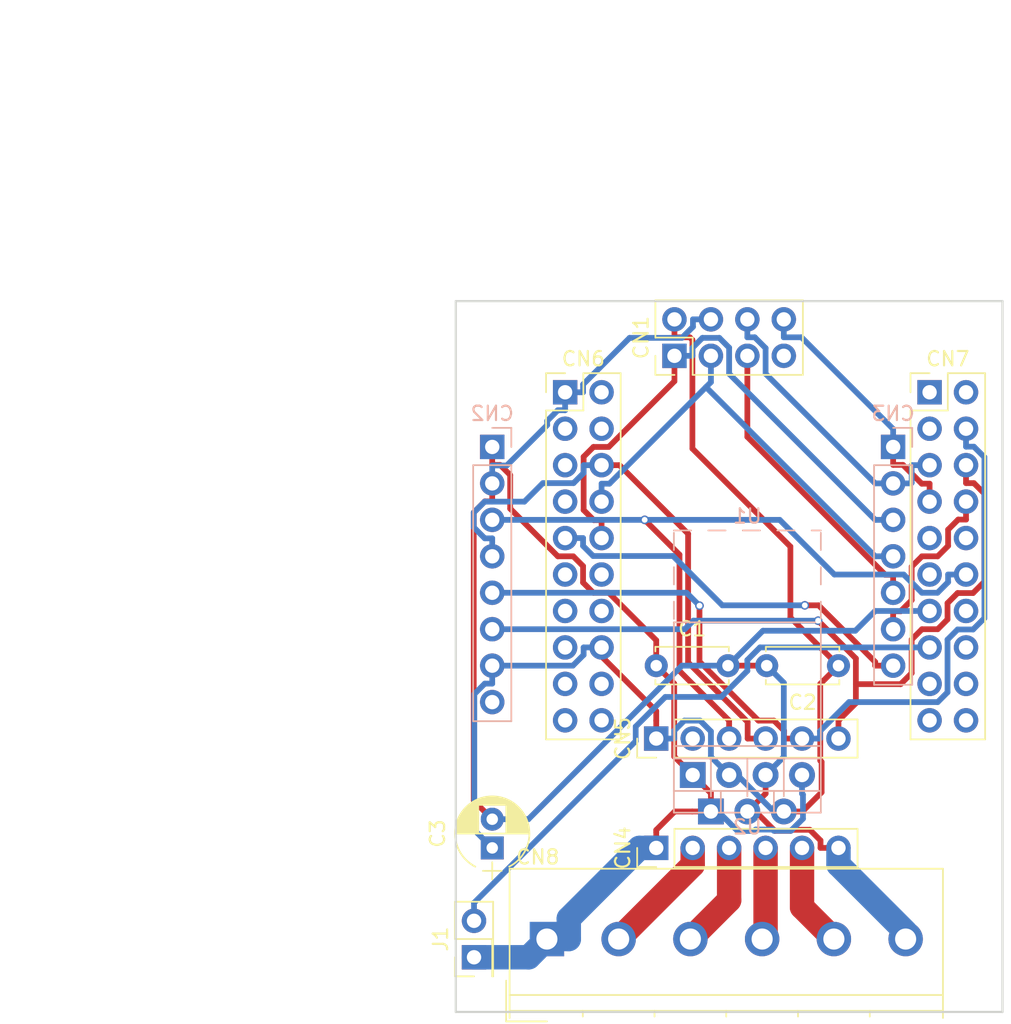
<source format=kicad_pcb>
(kicad_pcb (version 4) (host pcbnew 4.0.7)

  (general
    (links 48)
    (no_connects 0)
    (area 44.220001 22.7 119.253572 95.605)
    (thickness 1.6)
    (drawings 15)
    (tracks 284)
    (zones 0)
    (modules 16)
    (nets 20)
  )

  (page A4)
  (layers
    (0 F.Cu signal)
    (31 B.Cu signal)
    (32 B.Adhes user)
    (33 F.Adhes user)
    (34 B.Paste user)
    (35 F.Paste user)
    (36 B.SilkS user)
    (37 F.SilkS user)
    (38 B.Mask user)
    (39 F.Mask user)
    (40 Dwgs.User user)
    (41 Cmts.User user)
    (42 Eco1.User user)
    (43 Eco2.User user)
    (44 Edge.Cuts user)
    (45 Margin user)
    (46 B.CrtYd user)
    (47 F.CrtYd user)
    (48 B.Fab user hide)
    (49 F.Fab user hide)
  )

  (setup
    (last_trace_width 0.4)
    (trace_clearance 0.2)
    (zone_clearance 0.508)
    (zone_45_only yes)
    (trace_min 0.2)
    (segment_width 0.2)
    (edge_width 0.15)
    (via_size 0.6)
    (via_drill 0.4)
    (via_min_size 0.4)
    (via_min_drill 0.3)
    (uvia_size 0.3)
    (uvia_drill 0.1)
    (uvias_allowed no)
    (uvia_min_size 0.2)
    (uvia_min_drill 0.1)
    (pcb_text_width 0.3)
    (pcb_text_size 1.5 1.5)
    (mod_edge_width 0.15)
    (mod_text_size 1 1)
    (mod_text_width 0.15)
    (pad_size 1.524 1.524)
    (pad_drill 0.762)
    (pad_to_mask_clearance 0.2)
    (aux_axis_origin 0 0)
    (visible_elements 7FFEFFFF)
    (pcbplotparams
      (layerselection 0x010f0_80000001)
      (usegerberextensions true)
      (excludeedgelayer true)
      (linewidth 0.100000)
      (plotframeref false)
      (viasonmask false)
      (mode 1)
      (useauxorigin false)
      (hpglpennumber 1)
      (hpglpenspeed 20)
      (hpglpendiameter 15)
      (hpglpenoverlay 2)
      (psnegative false)
      (psa4output false)
      (plotreference true)
      (plotvalue true)
      (plotinvisibletext false)
      (padsonsilk false)
      (subtractmaskfromsilk true)
      (outputformat 1)
      (mirror false)
      (drillshape 0)
      (scaleselection 1)
      (outputdirectory Gerber/))
  )

  (net 0 "")
  (net 1 Vin)
  (net 2 GND)
  (net 3 3V3e)
  (net 4 IO19)
  (net 5 IO18)
  (net 6 IO05)
  (net 7 IO22)
  (net 8 IO21)
  (net 9 AIN1)
  (net 10 AIN2)
  (net 11 BIN1)
  (net 12 BIN2)
  (net 13 IO32)
  (net 14 IO33)
  (net 15 Aout1)
  (net 16 Aout2)
  (net 17 Bout1)
  (net 18 Bout2)
  (net 19 VCCe)

  (net_class Default "これは標準のネット クラスです。"
    (clearance 0.2)
    (trace_width 0.4)
    (via_dia 0.6)
    (via_drill 0.4)
    (uvia_dia 0.3)
    (uvia_drill 0.1)
  )

  (net_class MTR ""
    (clearance 0.2)
    (trace_width 0.5)
    (via_dia 0.6)
    (via_drill 0.4)
    (uvia_dia 0.3)
    (uvia_drill 0.1)
    (add_net Aout1)
    (add_net Aout2)
    (add_net Bout1)
    (add_net Bout2)
  )

  (net_class SIG ""
    (clearance 0.2)
    (trace_width 0.4)
    (via_dia 0.6)
    (via_drill 0.4)
    (uvia_dia 0.3)
    (uvia_drill 0.1)
    (add_net 3V3e)
    (add_net AIN1)
    (add_net AIN2)
    (add_net BIN1)
    (add_net BIN2)
    (add_net GND)
    (add_net IO05)
    (add_net IO18)
    (add_net IO19)
    (add_net IO21)
    (add_net IO22)
    (add_net IO32)
    (add_net IO33)
    (add_net VCCe)
    (add_net Vin)
  )

  (module Capacitors_THT:C_Disc_D5.0mm_W2.5mm_P5.00mm (layer F.Cu) (tedit 597BC7C2) (tstamp 5EBA5AD2)
    (at 90.17 68.58)
    (descr "C, Disc series, Radial, pin pitch=5.00mm, , diameter*width=5*2.5mm^2, Capacitor, http://cdn-reichelt.de/documents/datenblatt/B300/DS_KERKO_TC.pdf")
    (tags "C Disc series Radial pin pitch 5.00mm  diameter 5mm width 2.5mm Capacitor")
    (path /5EBA1445)
    (fp_text reference C1 (at 2.5 -2.56) (layer F.SilkS)
      (effects (font (size 1 1) (thickness 0.15)))
    )
    (fp_text value 104 (at 2.5 2.56) (layer F.Fab)
      (effects (font (size 1 1) (thickness 0.15)))
    )
    (fp_line (start 0 -1.25) (end 0 1.25) (layer F.Fab) (width 0.1))
    (fp_line (start 0 1.25) (end 5 1.25) (layer F.Fab) (width 0.1))
    (fp_line (start 5 1.25) (end 5 -1.25) (layer F.Fab) (width 0.1))
    (fp_line (start 5 -1.25) (end 0 -1.25) (layer F.Fab) (width 0.1))
    (fp_line (start -0.06 -1.31) (end 5.06 -1.31) (layer F.SilkS) (width 0.12))
    (fp_line (start -0.06 1.31) (end 5.06 1.31) (layer F.SilkS) (width 0.12))
    (fp_line (start -0.06 -1.31) (end -0.06 -0.996) (layer F.SilkS) (width 0.12))
    (fp_line (start -0.06 0.996) (end -0.06 1.31) (layer F.SilkS) (width 0.12))
    (fp_line (start 5.06 -1.31) (end 5.06 -0.996) (layer F.SilkS) (width 0.12))
    (fp_line (start 5.06 0.996) (end 5.06 1.31) (layer F.SilkS) (width 0.12))
    (fp_line (start -1.05 -1.6) (end -1.05 1.6) (layer F.CrtYd) (width 0.05))
    (fp_line (start -1.05 1.6) (end 6.05 1.6) (layer F.CrtYd) (width 0.05))
    (fp_line (start 6.05 1.6) (end 6.05 -1.6) (layer F.CrtYd) (width 0.05))
    (fp_line (start 6.05 -1.6) (end -1.05 -1.6) (layer F.CrtYd) (width 0.05))
    (fp_text user %R (at 2.5 0) (layer F.Fab)
      (effects (font (size 1 1) (thickness 0.15)))
    )
    (pad 1 thru_hole circle (at 0 0) (size 1.6 1.6) (drill 0.8) (layers *.Cu *.Mask)
      (net 1 Vin))
    (pad 2 thru_hole circle (at 5 0) (size 1.6 1.6) (drill 0.8) (layers *.Cu *.Mask)
      (net 2 GND))
    (model ${KISYS3DMOD}/Capacitors_THT.3dshapes/C_Disc_D5.0mm_W2.5mm_P5.00mm.wrl
      (at (xyz 0 0 0))
      (scale (xyz 1 1 1))
      (rotate (xyz 0 0 0))
    )
  )

  (module Capacitors_THT:C_Disc_D5.0mm_W2.5mm_P5.00mm (layer F.Cu) (tedit 597BC7C2) (tstamp 5EBA5AD8)
    (at 102.87 68.58 180)
    (descr "C, Disc series, Radial, pin pitch=5.00mm, , diameter*width=5*2.5mm^2, Capacitor, http://cdn-reichelt.de/documents/datenblatt/B300/DS_KERKO_TC.pdf")
    (tags "C Disc series Radial pin pitch 5.00mm  diameter 5mm width 2.5mm Capacitor")
    (path /5EBA1654)
    (fp_text reference C2 (at 2.5 -2.56 180) (layer F.SilkS)
      (effects (font (size 1 1) (thickness 0.15)))
    )
    (fp_text value 105 (at 2.5 2.56 180) (layer F.Fab)
      (effects (font (size 1 1) (thickness 0.15)))
    )
    (fp_line (start 0 -1.25) (end 0 1.25) (layer F.Fab) (width 0.1))
    (fp_line (start 0 1.25) (end 5 1.25) (layer F.Fab) (width 0.1))
    (fp_line (start 5 1.25) (end 5 -1.25) (layer F.Fab) (width 0.1))
    (fp_line (start 5 -1.25) (end 0 -1.25) (layer F.Fab) (width 0.1))
    (fp_line (start -0.06 -1.31) (end 5.06 -1.31) (layer F.SilkS) (width 0.12))
    (fp_line (start -0.06 1.31) (end 5.06 1.31) (layer F.SilkS) (width 0.12))
    (fp_line (start -0.06 -1.31) (end -0.06 -0.996) (layer F.SilkS) (width 0.12))
    (fp_line (start -0.06 0.996) (end -0.06 1.31) (layer F.SilkS) (width 0.12))
    (fp_line (start 5.06 -1.31) (end 5.06 -0.996) (layer F.SilkS) (width 0.12))
    (fp_line (start 5.06 0.996) (end 5.06 1.31) (layer F.SilkS) (width 0.12))
    (fp_line (start -1.05 -1.6) (end -1.05 1.6) (layer F.CrtYd) (width 0.05))
    (fp_line (start -1.05 1.6) (end 6.05 1.6) (layer F.CrtYd) (width 0.05))
    (fp_line (start 6.05 1.6) (end 6.05 -1.6) (layer F.CrtYd) (width 0.05))
    (fp_line (start 6.05 -1.6) (end -1.05 -1.6) (layer F.CrtYd) (width 0.05))
    (fp_text user %R (at 2.5 0 180) (layer F.Fab)
      (effects (font (size 1 1) (thickness 0.15)))
    )
    (pad 1 thru_hole circle (at 0 0 180) (size 1.6 1.6) (drill 0.8) (layers *.Cu *.Mask)
      (net 3 3V3e))
    (pad 2 thru_hole circle (at 5 0 180) (size 1.6 1.6) (drill 0.8) (layers *.Cu *.Mask)
      (net 2 GND))
    (model ${KISYS3DMOD}/Capacitors_THT.3dshapes/C_Disc_D5.0mm_W2.5mm_P5.00mm.wrl
      (at (xyz 0 0 0))
      (scale (xyz 1 1 1))
      (rotate (xyz 0 0 0))
    )
  )

  (module Pin_Headers:Pin_Header_Straight_2x04_Pitch2.54mm (layer F.Cu) (tedit 59650532) (tstamp 5EBA5AEA)
    (at 91.44 46.99 90)
    (descr "Through hole straight pin header, 2x04, 2.54mm pitch, double rows")
    (tags "Through hole pin header THT 2x04 2.54mm double row")
    (path /5EBA33D6)
    (fp_text reference CN1 (at 1.27 -2.33 90) (layer F.SilkS)
      (effects (font (size 1 1) (thickness 0.15)))
    )
    (fp_text value Conn_02x04_Odd_Even (at 1.27 9.95 90) (layer F.Fab)
      (effects (font (size 1 1) (thickness 0.15)))
    )
    (fp_line (start 0 -1.27) (end 3.81 -1.27) (layer F.Fab) (width 0.1))
    (fp_line (start 3.81 -1.27) (end 3.81 8.89) (layer F.Fab) (width 0.1))
    (fp_line (start 3.81 8.89) (end -1.27 8.89) (layer F.Fab) (width 0.1))
    (fp_line (start -1.27 8.89) (end -1.27 0) (layer F.Fab) (width 0.1))
    (fp_line (start -1.27 0) (end 0 -1.27) (layer F.Fab) (width 0.1))
    (fp_line (start -1.33 8.95) (end 3.87 8.95) (layer F.SilkS) (width 0.12))
    (fp_line (start -1.33 1.27) (end -1.33 8.95) (layer F.SilkS) (width 0.12))
    (fp_line (start 3.87 -1.33) (end 3.87 8.95) (layer F.SilkS) (width 0.12))
    (fp_line (start -1.33 1.27) (end 1.27 1.27) (layer F.SilkS) (width 0.12))
    (fp_line (start 1.27 1.27) (end 1.27 -1.33) (layer F.SilkS) (width 0.12))
    (fp_line (start 1.27 -1.33) (end 3.87 -1.33) (layer F.SilkS) (width 0.12))
    (fp_line (start -1.33 0) (end -1.33 -1.33) (layer F.SilkS) (width 0.12))
    (fp_line (start -1.33 -1.33) (end 0 -1.33) (layer F.SilkS) (width 0.12))
    (fp_line (start -1.8 -1.8) (end -1.8 9.4) (layer F.CrtYd) (width 0.05))
    (fp_line (start -1.8 9.4) (end 4.35 9.4) (layer F.CrtYd) (width 0.05))
    (fp_line (start 4.35 9.4) (end 4.35 -1.8) (layer F.CrtYd) (width 0.05))
    (fp_line (start 4.35 -1.8) (end -1.8 -1.8) (layer F.CrtYd) (width 0.05))
    (fp_text user %R (at 1.27 3.81 180) (layer F.Fab)
      (effects (font (size 1 1) (thickness 0.15)))
    )
    (pad 1 thru_hole rect (at 0 0 90) (size 1.7 1.7) (drill 1) (layers *.Cu *.Mask)
      (net 4 IO19))
    (pad 2 thru_hole oval (at 2.54 0 90) (size 1.7 1.7) (drill 1) (layers *.Cu *.Mask)
      (net 3 3V3e))
    (pad 3 thru_hole oval (at 0 2.54 90) (size 1.7 1.7) (drill 1) (layers *.Cu *.Mask)
      (net 5 IO18))
    (pad 4 thru_hole oval (at 2.54 2.54 90) (size 1.7 1.7) (drill 1) (layers *.Cu *.Mask)
      (net 2 GND))
    (pad 5 thru_hole oval (at 0 5.08 90) (size 1.7 1.7) (drill 1) (layers *.Cu *.Mask)
      (net 6 IO05))
    (pad 6 thru_hole oval (at 2.54 5.08 90) (size 1.7 1.7) (drill 1) (layers *.Cu *.Mask)
      (net 7 IO22))
    (pad 7 thru_hole oval (at 0 7.62 90) (size 1.7 1.7) (drill 1) (layers *.Cu *.Mask))
    (pad 8 thru_hole oval (at 2.54 7.62 90) (size 1.7 1.7) (drill 1) (layers *.Cu *.Mask)
      (net 8 IO21))
    (model ${KISYS3DMOD}/Pin_Headers.3dshapes/Pin_Header_Straight_2x04_Pitch2.54mm.wrl
      (at (xyz 0 0 0))
      (scale (xyz 1 1 1))
      (rotate (xyz 0 0 0))
    )
  )

  (module Pin_Headers:Pin_Header_Straight_1x08_Pitch2.54mm (layer B.Cu) (tedit 59650532) (tstamp 5EBA5AF6)
    (at 78.74 53.34 180)
    (descr "Through hole straight pin header, 1x08, 2.54mm pitch, single row")
    (tags "Through hole pin header THT 1x08 2.54mm single row")
    (path /5EB920E2)
    (fp_text reference CN2 (at 0 2.33 180) (layer B.SilkS)
      (effects (font (size 1 1) (thickness 0.15)) (justify mirror))
    )
    (fp_text value Conn_01x08 (at 0 -20.11 180) (layer B.Fab)
      (effects (font (size 1 1) (thickness 0.15)) (justify mirror))
    )
    (fp_line (start -0.635 1.27) (end 1.27 1.27) (layer B.Fab) (width 0.1))
    (fp_line (start 1.27 1.27) (end 1.27 -19.05) (layer B.Fab) (width 0.1))
    (fp_line (start 1.27 -19.05) (end -1.27 -19.05) (layer B.Fab) (width 0.1))
    (fp_line (start -1.27 -19.05) (end -1.27 0.635) (layer B.Fab) (width 0.1))
    (fp_line (start -1.27 0.635) (end -0.635 1.27) (layer B.Fab) (width 0.1))
    (fp_line (start -1.33 -19.11) (end 1.33 -19.11) (layer B.SilkS) (width 0.12))
    (fp_line (start -1.33 -1.27) (end -1.33 -19.11) (layer B.SilkS) (width 0.12))
    (fp_line (start 1.33 -1.27) (end 1.33 -19.11) (layer B.SilkS) (width 0.12))
    (fp_line (start -1.33 -1.27) (end 1.33 -1.27) (layer B.SilkS) (width 0.12))
    (fp_line (start -1.33 0) (end -1.33 1.33) (layer B.SilkS) (width 0.12))
    (fp_line (start -1.33 1.33) (end 0 1.33) (layer B.SilkS) (width 0.12))
    (fp_line (start -1.8 1.8) (end -1.8 -19.55) (layer B.CrtYd) (width 0.05))
    (fp_line (start -1.8 -19.55) (end 1.8 -19.55) (layer B.CrtYd) (width 0.05))
    (fp_line (start 1.8 -19.55) (end 1.8 1.8) (layer B.CrtYd) (width 0.05))
    (fp_line (start 1.8 1.8) (end -1.8 1.8) (layer B.CrtYd) (width 0.05))
    (fp_text user %R (at 0 -8.89 450) (layer B.Fab)
      (effects (font (size 1 1) (thickness 0.15)) (justify mirror))
    )
    (pad 1 thru_hole rect (at 0 0 180) (size 1.7 1.7) (drill 1) (layers *.Cu *.Mask)
      (net 1 Vin))
    (pad 2 thru_hole oval (at 0 -2.54 180) (size 1.7 1.7) (drill 1) (layers *.Cu *.Mask)
      (net 2 GND))
    (pad 3 thru_hole oval (at 0 -5.08 180) (size 1.7 1.7) (drill 1) (layers *.Cu *.Mask)
      (net 9 AIN1))
    (pad 4 thru_hole oval (at 0 -7.62 180) (size 1.7 1.7) (drill 1) (layers *.Cu *.Mask)
      (net 10 AIN2))
    (pad 5 thru_hole oval (at 0 -10.16 180) (size 1.7 1.7) (drill 1) (layers *.Cu *.Mask)
      (net 11 BIN1))
    (pad 6 thru_hole oval (at 0 -12.7 180) (size 1.7 1.7) (drill 1) (layers *.Cu *.Mask)
      (net 12 BIN2))
    (pad 7 thru_hole oval (at 0 -15.24 180) (size 1.7 1.7) (drill 1) (layers *.Cu *.Mask)
      (net 3 3V3e))
    (pad 8 thru_hole oval (at 0 -17.78 180) (size 1.7 1.7) (drill 1) (layers *.Cu *.Mask))
    (model ${KISYS3DMOD}/Pin_Headers.3dshapes/Pin_Header_Straight_1x08_Pitch2.54mm.wrl
      (at (xyz 0 0 0))
      (scale (xyz 1 1 1))
      (rotate (xyz 0 0 0))
    )
  )

  (module Pin_Headers:Pin_Header_Straight_1x07_Pitch2.54mm (layer B.Cu) (tedit 59650532) (tstamp 5EBA5B01)
    (at 106.68 53.34 180)
    (descr "Through hole straight pin header, 1x07, 2.54mm pitch, single row")
    (tags "Through hole pin header THT 1x07 2.54mm single row")
    (path /5EB9215D)
    (fp_text reference CN3 (at 0 2.33 180) (layer B.SilkS)
      (effects (font (size 1 1) (thickness 0.15)) (justify mirror))
    )
    (fp_text value Conn_01x07 (at 0 -17.57 180) (layer B.Fab)
      (effects (font (size 1 1) (thickness 0.15)) (justify mirror))
    )
    (fp_line (start -0.635 1.27) (end 1.27 1.27) (layer B.Fab) (width 0.1))
    (fp_line (start 1.27 1.27) (end 1.27 -16.51) (layer B.Fab) (width 0.1))
    (fp_line (start 1.27 -16.51) (end -1.27 -16.51) (layer B.Fab) (width 0.1))
    (fp_line (start -1.27 -16.51) (end -1.27 0.635) (layer B.Fab) (width 0.1))
    (fp_line (start -1.27 0.635) (end -0.635 1.27) (layer B.Fab) (width 0.1))
    (fp_line (start -1.33 -16.57) (end 1.33 -16.57) (layer B.SilkS) (width 0.12))
    (fp_line (start -1.33 -1.27) (end -1.33 -16.57) (layer B.SilkS) (width 0.12))
    (fp_line (start 1.33 -1.27) (end 1.33 -16.57) (layer B.SilkS) (width 0.12))
    (fp_line (start -1.33 -1.27) (end 1.33 -1.27) (layer B.SilkS) (width 0.12))
    (fp_line (start -1.33 0) (end -1.33 1.33) (layer B.SilkS) (width 0.12))
    (fp_line (start -1.33 1.33) (end 0 1.33) (layer B.SilkS) (width 0.12))
    (fp_line (start -1.8 1.8) (end -1.8 -17.05) (layer B.CrtYd) (width 0.05))
    (fp_line (start -1.8 -17.05) (end 1.8 -17.05) (layer B.CrtYd) (width 0.05))
    (fp_line (start 1.8 -17.05) (end 1.8 1.8) (layer B.CrtYd) (width 0.05))
    (fp_line (start 1.8 1.8) (end -1.8 1.8) (layer B.CrtYd) (width 0.05))
    (fp_text user %R (at 0 -7.62 450) (layer B.Fab)
      (effects (font (size 1 1) (thickness 0.15)) (justify mirror))
    )
    (pad 1 thru_hole rect (at 0 0 180) (size 1.7 1.7) (drill 1) (layers *.Cu *.Mask)
      (net 8 IO21))
    (pad 2 thru_hole oval (at 0 -2.54 180) (size 1.7 1.7) (drill 1) (layers *.Cu *.Mask)
      (net 7 IO22))
    (pad 3 thru_hole oval (at 0 -5.08 180) (size 1.7 1.7) (drill 1) (layers *.Cu *.Mask)
      (net 4 IO19))
    (pad 4 thru_hole oval (at 0 -7.62 180) (size 1.7 1.7) (drill 1) (layers *.Cu *.Mask)
      (net 5 IO18))
    (pad 5 thru_hole oval (at 0 -10.16 180) (size 1.7 1.7) (drill 1) (layers *.Cu *.Mask)
      (net 6 IO05))
    (pad 6 thru_hole oval (at 0 -12.7 180) (size 1.7 1.7) (drill 1) (layers *.Cu *.Mask)
      (net 13 IO32))
    (pad 7 thru_hole oval (at 0 -15.24 180) (size 1.7 1.7) (drill 1) (layers *.Cu *.Mask)
      (net 14 IO33))
    (model ${KISYS3DMOD}/Pin_Headers.3dshapes/Pin_Header_Straight_1x07_Pitch2.54mm.wrl
      (at (xyz 0 0 0))
      (scale (xyz 1 1 1))
      (rotate (xyz 0 0 0))
    )
  )

  (module Pin_Headers:Pin_Header_Straight_1x06_Pitch2.54mm (layer F.Cu) (tedit 59650532) (tstamp 5EBA5B0B)
    (at 90.17 81.28 90)
    (descr "Through hole straight pin header, 1x06, 2.54mm pitch, single row")
    (tags "Through hole pin header THT 1x06 2.54mm single row")
    (path /5EBA32CE)
    (fp_text reference CN4 (at 0 -2.33 90) (layer F.SilkS)
      (effects (font (size 1 1) (thickness 0.15)))
    )
    (fp_text value Conn_01x06 (at 0 15.03 90) (layer F.Fab)
      (effects (font (size 1 1) (thickness 0.15)))
    )
    (fp_line (start -0.635 -1.27) (end 1.27 -1.27) (layer F.Fab) (width 0.1))
    (fp_line (start 1.27 -1.27) (end 1.27 13.97) (layer F.Fab) (width 0.1))
    (fp_line (start 1.27 13.97) (end -1.27 13.97) (layer F.Fab) (width 0.1))
    (fp_line (start -1.27 13.97) (end -1.27 -0.635) (layer F.Fab) (width 0.1))
    (fp_line (start -1.27 -0.635) (end -0.635 -1.27) (layer F.Fab) (width 0.1))
    (fp_line (start -1.33 14.03) (end 1.33 14.03) (layer F.SilkS) (width 0.12))
    (fp_line (start -1.33 1.27) (end -1.33 14.03) (layer F.SilkS) (width 0.12))
    (fp_line (start 1.33 1.27) (end 1.33 14.03) (layer F.SilkS) (width 0.12))
    (fp_line (start -1.33 1.27) (end 1.33 1.27) (layer F.SilkS) (width 0.12))
    (fp_line (start -1.33 0) (end -1.33 -1.33) (layer F.SilkS) (width 0.12))
    (fp_line (start -1.33 -1.33) (end 0 -1.33) (layer F.SilkS) (width 0.12))
    (fp_line (start -1.8 -1.8) (end -1.8 14.5) (layer F.CrtYd) (width 0.05))
    (fp_line (start -1.8 14.5) (end 1.8 14.5) (layer F.CrtYd) (width 0.05))
    (fp_line (start 1.8 14.5) (end 1.8 -1.8) (layer F.CrtYd) (width 0.05))
    (fp_line (start 1.8 -1.8) (end -1.8 -1.8) (layer F.CrtYd) (width 0.05))
    (fp_text user %R (at 0 6.35 180) (layer F.Fab)
      (effects (font (size 1 1) (thickness 0.15)))
    )
    (pad 1 thru_hole rect (at 0 0 90) (size 1.7 1.7) (drill 1) (layers *.Cu *.Mask)
      (net 1 Vin))
    (pad 2 thru_hole oval (at 0 2.54 90) (size 1.7 1.7) (drill 1) (layers *.Cu *.Mask)
      (net 15 Aout1))
    (pad 3 thru_hole oval (at 0 5.08 90) (size 1.7 1.7) (drill 1) (layers *.Cu *.Mask)
      (net 16 Aout2))
    (pad 4 thru_hole oval (at 0 7.62 90) (size 1.7 1.7) (drill 1) (layers *.Cu *.Mask)
      (net 17 Bout1))
    (pad 5 thru_hole oval (at 0 10.16 90) (size 1.7 1.7) (drill 1) (layers *.Cu *.Mask)
      (net 18 Bout2))
    (pad 6 thru_hole oval (at 0 12.7 90) (size 1.7 1.7) (drill 1) (layers *.Cu *.Mask)
      (net 2 GND))
    (model ${KISYS3DMOD}/Pin_Headers.3dshapes/Pin_Header_Straight_1x06_Pitch2.54mm.wrl
      (at (xyz 0 0 0))
      (scale (xyz 1 1 1))
      (rotate (xyz 0 0 0))
    )
  )

  (module Pin_Headers:Pin_Header_Straight_1x06_Pitch2.54mm (layer F.Cu) (tedit 59650532) (tstamp 5EBA5B15)
    (at 90.17 73.66 90)
    (descr "Through hole straight pin header, 1x06, 2.54mm pitch, single row")
    (tags "Through hole pin header THT 1x06 2.54mm single row")
    (path /5EBA36A1)
    (fp_text reference CN5 (at 0 -2.33 90) (layer F.SilkS)
      (effects (font (size 1 1) (thickness 0.15)))
    )
    (fp_text value Conn_01x06 (at 0 15.03 90) (layer F.Fab)
      (effects (font (size 1 1) (thickness 0.15)))
    )
    (fp_line (start -0.635 -1.27) (end 1.27 -1.27) (layer F.Fab) (width 0.1))
    (fp_line (start 1.27 -1.27) (end 1.27 13.97) (layer F.Fab) (width 0.1))
    (fp_line (start 1.27 13.97) (end -1.27 13.97) (layer F.Fab) (width 0.1))
    (fp_line (start -1.27 13.97) (end -1.27 -0.635) (layer F.Fab) (width 0.1))
    (fp_line (start -1.27 -0.635) (end -0.635 -1.27) (layer F.Fab) (width 0.1))
    (fp_line (start -1.33 14.03) (end 1.33 14.03) (layer F.SilkS) (width 0.12))
    (fp_line (start -1.33 1.27) (end -1.33 14.03) (layer F.SilkS) (width 0.12))
    (fp_line (start 1.33 1.27) (end 1.33 14.03) (layer F.SilkS) (width 0.12))
    (fp_line (start -1.33 1.27) (end 1.33 1.27) (layer F.SilkS) (width 0.12))
    (fp_line (start -1.33 0) (end -1.33 -1.33) (layer F.SilkS) (width 0.12))
    (fp_line (start -1.33 -1.33) (end 0 -1.33) (layer F.SilkS) (width 0.12))
    (fp_line (start -1.8 -1.8) (end -1.8 14.5) (layer F.CrtYd) (width 0.05))
    (fp_line (start -1.8 14.5) (end 1.8 14.5) (layer F.CrtYd) (width 0.05))
    (fp_line (start 1.8 14.5) (end 1.8 -1.8) (layer F.CrtYd) (width 0.05))
    (fp_line (start 1.8 -1.8) (end -1.8 -1.8) (layer F.CrtYd) (width 0.05))
    (fp_text user %R (at 0 6.35 180) (layer F.Fab)
      (effects (font (size 1 1) (thickness 0.15)))
    )
    (pad 1 thru_hole rect (at 0 0 90) (size 1.7 1.7) (drill 1) (layers *.Cu *.Mask)
      (net 3 3V3e))
    (pad 2 thru_hole oval (at 0 2.54 90) (size 1.7 1.7) (drill 1) (layers *.Cu *.Mask))
    (pad 3 thru_hole oval (at 0 5.08 90) (size 1.7 1.7) (drill 1) (layers *.Cu *.Mask)
      (net 9 AIN1))
    (pad 4 thru_hole oval (at 0 7.62 90) (size 1.7 1.7) (drill 1) (layers *.Cu *.Mask)
      (net 10 AIN2))
    (pad 5 thru_hole oval (at 0 10.16 90) (size 1.7 1.7) (drill 1) (layers *.Cu *.Mask)
      (net 11 BIN1))
    (pad 6 thru_hole oval (at 0 12.7 90) (size 1.7 1.7) (drill 1) (layers *.Cu *.Mask)
      (net 12 BIN2))
    (model ${KISYS3DMOD}/Pin_Headers.3dshapes/Pin_Header_Straight_1x06_Pitch2.54mm.wrl
      (at (xyz 0 0 0))
      (scale (xyz 1 1 1))
      (rotate (xyz 0 0 0))
    )
  )

  (module Pin_Headers:Pin_Header_Straight_2x10_Pitch2.54mm (layer F.Cu) (tedit 59650532) (tstamp 5EBA5B2D)
    (at 83.82 49.53)
    (descr "Through hole straight pin header, 2x10, 2.54mm pitch, double rows")
    (tags "Through hole pin header THT 2x10 2.54mm double row")
    (path /5EB930D7)
    (fp_text reference CN6 (at 1.27 -2.33) (layer F.SilkS)
      (effects (font (size 1 1) (thickness 0.15)))
    )
    (fp_text value Conn_02x10_Odd_Even (at 1.27 25.19) (layer F.Fab)
      (effects (font (size 1 1) (thickness 0.15)))
    )
    (fp_line (start 0 -1.27) (end 3.81 -1.27) (layer F.Fab) (width 0.1))
    (fp_line (start 3.81 -1.27) (end 3.81 24.13) (layer F.Fab) (width 0.1))
    (fp_line (start 3.81 24.13) (end -1.27 24.13) (layer F.Fab) (width 0.1))
    (fp_line (start -1.27 24.13) (end -1.27 0) (layer F.Fab) (width 0.1))
    (fp_line (start -1.27 0) (end 0 -1.27) (layer F.Fab) (width 0.1))
    (fp_line (start -1.33 24.19) (end 3.87 24.19) (layer F.SilkS) (width 0.12))
    (fp_line (start -1.33 1.27) (end -1.33 24.19) (layer F.SilkS) (width 0.12))
    (fp_line (start 3.87 -1.33) (end 3.87 24.19) (layer F.SilkS) (width 0.12))
    (fp_line (start -1.33 1.27) (end 1.27 1.27) (layer F.SilkS) (width 0.12))
    (fp_line (start 1.27 1.27) (end 1.27 -1.33) (layer F.SilkS) (width 0.12))
    (fp_line (start 1.27 -1.33) (end 3.87 -1.33) (layer F.SilkS) (width 0.12))
    (fp_line (start -1.33 0) (end -1.33 -1.33) (layer F.SilkS) (width 0.12))
    (fp_line (start -1.33 -1.33) (end 0 -1.33) (layer F.SilkS) (width 0.12))
    (fp_line (start -1.8 -1.8) (end -1.8 24.65) (layer F.CrtYd) (width 0.05))
    (fp_line (start -1.8 24.65) (end 4.35 24.65) (layer F.CrtYd) (width 0.05))
    (fp_line (start 4.35 24.65) (end 4.35 -1.8) (layer F.CrtYd) (width 0.05))
    (fp_line (start 4.35 -1.8) (end -1.8 -1.8) (layer F.CrtYd) (width 0.05))
    (fp_text user %R (at 1.27 11.43 90) (layer F.Fab)
      (effects (font (size 1 1) (thickness 0.15)))
    )
    (pad 1 thru_hole rect (at 0 0) (size 1.7 1.7) (drill 1) (layers *.Cu *.Mask)
      (net 2 GND))
    (pad 2 thru_hole oval (at 2.54 0) (size 1.7 1.7) (drill 1) (layers *.Cu *.Mask))
    (pad 3 thru_hole oval (at 0 2.54) (size 1.7 1.7) (drill 1) (layers *.Cu *.Mask))
    (pad 4 thru_hole oval (at 2.54 2.54) (size 1.7 1.7) (drill 1) (layers *.Cu *.Mask))
    (pad 5 thru_hole oval (at 0 5.08) (size 1.7 1.7) (drill 1) (layers *.Cu *.Mask))
    (pad 6 thru_hole oval (at 2.54 5.08) (size 1.7 1.7) (drill 1) (layers *.Cu *.Mask)
      (net 10 AIN2))
    (pad 7 thru_hole oval (at 0 7.62) (size 1.7 1.7) (drill 1) (layers *.Cu *.Mask))
    (pad 8 thru_hole oval (at 2.54 7.62) (size 1.7 1.7) (drill 1) (layers *.Cu *.Mask)
      (net 5 IO18))
    (pad 9 thru_hole oval (at 0 10.16) (size 1.7 1.7) (drill 1) (layers *.Cu *.Mask)
      (net 14 IO33))
    (pad 10 thru_hole oval (at 2.54 10.16) (size 1.7 1.7) (drill 1) (layers *.Cu *.Mask)
      (net 4 IO19))
    (pad 11 thru_hole oval (at 0 12.7) (size 1.7 1.7) (drill 1) (layers *.Cu *.Mask))
    (pad 12 thru_hole oval (at 2.54 12.7) (size 1.7 1.7) (drill 1) (layers *.Cu *.Mask))
    (pad 13 thru_hole oval (at 0 15.24) (size 1.7 1.7) (drill 1) (layers *.Cu *.Mask))
    (pad 14 thru_hole oval (at 2.54 15.24) (size 1.7 1.7) (drill 1) (layers *.Cu *.Mask))
    (pad 15 thru_hole oval (at 0 17.78) (size 1.7 1.7) (drill 1) (layers *.Cu *.Mask))
    (pad 16 thru_hole oval (at 2.54 17.78) (size 1.7 1.7) (drill 1) (layers *.Cu *.Mask)
      (net 3 3V3e))
    (pad 17 thru_hole oval (at 0 20.32) (size 1.7 1.7) (drill 1) (layers *.Cu *.Mask))
    (pad 18 thru_hole oval (at 2.54 20.32) (size 1.7 1.7) (drill 1) (layers *.Cu *.Mask))
    (pad 19 thru_hole oval (at 0 22.86) (size 1.7 1.7) (drill 1) (layers *.Cu *.Mask))
    (pad 20 thru_hole oval (at 2.54 22.86) (size 1.7 1.7) (drill 1) (layers *.Cu *.Mask))
    (model ${KISYS3DMOD}/Pin_Headers.3dshapes/Pin_Header_Straight_2x10_Pitch2.54mm.wrl
      (at (xyz 0 0 0))
      (scale (xyz 1 1 1))
      (rotate (xyz 0 0 0))
    )
  )

  (module Pin_Headers:Pin_Header_Straight_2x10_Pitch2.54mm (layer F.Cu) (tedit 59650532) (tstamp 5EBA5B45)
    (at 109.22 49.53)
    (descr "Through hole straight pin header, 2x10, 2.54mm pitch, double rows")
    (tags "Through hole pin header THT 2x10 2.54mm double row")
    (path /5EB93209)
    (fp_text reference CN7 (at 1.27 -2.33) (layer F.SilkS)
      (effects (font (size 1 1) (thickness 0.15)))
    )
    (fp_text value Conn_02x10_Odd_Even (at 1.27 25.19) (layer F.Fab)
      (effects (font (size 1 1) (thickness 0.15)))
    )
    (fp_line (start 0 -1.27) (end 3.81 -1.27) (layer F.Fab) (width 0.1))
    (fp_line (start 3.81 -1.27) (end 3.81 24.13) (layer F.Fab) (width 0.1))
    (fp_line (start 3.81 24.13) (end -1.27 24.13) (layer F.Fab) (width 0.1))
    (fp_line (start -1.27 24.13) (end -1.27 0) (layer F.Fab) (width 0.1))
    (fp_line (start -1.27 0) (end 0 -1.27) (layer F.Fab) (width 0.1))
    (fp_line (start -1.33 24.19) (end 3.87 24.19) (layer F.SilkS) (width 0.12))
    (fp_line (start -1.33 1.27) (end -1.33 24.19) (layer F.SilkS) (width 0.12))
    (fp_line (start 3.87 -1.33) (end 3.87 24.19) (layer F.SilkS) (width 0.12))
    (fp_line (start -1.33 1.27) (end 1.27 1.27) (layer F.SilkS) (width 0.12))
    (fp_line (start 1.27 1.27) (end 1.27 -1.33) (layer F.SilkS) (width 0.12))
    (fp_line (start 1.27 -1.33) (end 3.87 -1.33) (layer F.SilkS) (width 0.12))
    (fp_line (start -1.33 0) (end -1.33 -1.33) (layer F.SilkS) (width 0.12))
    (fp_line (start -1.33 -1.33) (end 0 -1.33) (layer F.SilkS) (width 0.12))
    (fp_line (start -1.8 -1.8) (end -1.8 24.65) (layer F.CrtYd) (width 0.05))
    (fp_line (start -1.8 24.65) (end 4.35 24.65) (layer F.CrtYd) (width 0.05))
    (fp_line (start 4.35 24.65) (end 4.35 -1.8) (layer F.CrtYd) (width 0.05))
    (fp_line (start 4.35 -1.8) (end -1.8 -1.8) (layer F.CrtYd) (width 0.05))
    (fp_text user %R (at 1.27 11.43 90) (layer F.Fab)
      (effects (font (size 1 1) (thickness 0.15)))
    )
    (pad 1 thru_hole rect (at 0 0) (size 1.7 1.7) (drill 1) (layers *.Cu *.Mask))
    (pad 2 thru_hole oval (at 2.54 0) (size 1.7 1.7) (drill 1) (layers *.Cu *.Mask))
    (pad 3 thru_hole oval (at 0 2.54) (size 1.7 1.7) (drill 1) (layers *.Cu *.Mask))
    (pad 4 thru_hole oval (at 2.54 2.54) (size 1.7 1.7) (drill 1) (layers *.Cu *.Mask)
      (net 11 BIN1))
    (pad 5 thru_hole oval (at 0 5.08) (size 1.7 1.7) (drill 1) (layers *.Cu *.Mask)
      (net 7 IO22))
    (pad 6 thru_hole oval (at 2.54 5.08) (size 1.7 1.7) (drill 1) (layers *.Cu *.Mask)
      (net 12 BIN2))
    (pad 7 thru_hole oval (at 0 7.62) (size 1.7 1.7) (drill 1) (layers *.Cu *.Mask)
      (net 8 IO21))
    (pad 8 thru_hole oval (at 2.54 7.62) (size 1.7 1.7) (drill 1) (layers *.Cu *.Mask)
      (net 13 IO32))
    (pad 9 thru_hole oval (at 0 10.16) (size 1.7 1.7) (drill 1) (layers *.Cu *.Mask))
    (pad 10 thru_hole oval (at 2.54 10.16) (size 1.7 1.7) (drill 1) (layers *.Cu *.Mask))
    (pad 11 thru_hole oval (at 0 12.7) (size 1.7 1.7) (drill 1) (layers *.Cu *.Mask))
    (pad 12 thru_hole oval (at 2.54 12.7) (size 1.7 1.7) (drill 1) (layers *.Cu *.Mask)
      (net 9 AIN1))
    (pad 13 thru_hole oval (at 0 15.24) (size 1.7 1.7) (drill 1) (layers *.Cu *.Mask)
      (net 2 GND))
    (pad 14 thru_hole oval (at 2.54 15.24) (size 1.7 1.7) (drill 1) (layers *.Cu *.Mask))
    (pad 15 thru_hole oval (at 0 17.78) (size 1.7 1.7) (drill 1) (layers *.Cu *.Mask)
      (net 19 VCCe))
    (pad 16 thru_hole oval (at 2.54 17.78) (size 1.7 1.7) (drill 1) (layers *.Cu *.Mask))
    (pad 17 thru_hole oval (at 0 20.32) (size 1.7 1.7) (drill 1) (layers *.Cu *.Mask))
    (pad 18 thru_hole oval (at 2.54 20.32) (size 1.7 1.7) (drill 1) (layers *.Cu *.Mask))
    (pad 19 thru_hole oval (at 0 22.86) (size 1.7 1.7) (drill 1) (layers *.Cu *.Mask))
    (pad 20 thru_hole oval (at 2.54 22.86) (size 1.7 1.7) (drill 1) (layers *.Cu *.Mask))
    (model ${KISYS3DMOD}/Pin_Headers.3dshapes/Pin_Header_Straight_2x10_Pitch2.54mm.wrl
      (at (xyz 0 0 0))
      (scale (xyz 1 1 1))
      (rotate (xyz 0 0 0))
    )
  )

  (module Connectors_Terminal_Blocks:TerminalBlock_Philmore_TB13x_06x5mm_Straight (layer F.Cu) (tedit 5EBA5C6B) (tstamp 5EBA5B4F)
    (at 82.55 87.63)
    (descr "6-way 5.0mm pitch terminal block, http://www.philmore-datak.com/mc/Page%20197.pdf")
    (tags "screw terminal block")
    (path /5EBA5092)
    (fp_text reference CN8 (at -0.635 -5.715) (layer F.SilkS)
      (effects (font (size 1 1) (thickness 0.15)))
    )
    (fp_text value Conn_01x06 (at 12.5 6.9) (layer F.Fab)
      (effects (font (size 1 1) (thickness 0.15)))
    )
    (fp_line (start -3 -5.3) (end -3 5.9) (layer F.CrtYd) (width 0.05))
    (fp_line (start -3 5.9) (end 28 5.9) (layer F.CrtYd) (width 0.05))
    (fp_line (start 28 5.9) (end 28 -5.3) (layer F.CrtYd) (width 0.05))
    (fp_line (start 28 -5.3) (end -3 -5.3) (layer F.CrtYd) (width 0.05))
    (fp_line (start -2.5 3.9) (end 27.5 3.9) (layer F.Fab) (width 0.1))
    (fp_line (start -2.5 5) (end 27.5 5) (layer F.Fab) (width 0.1))
    (fp_line (start -2.5 5.4) (end -2.5 -4.8) (layer F.Fab) (width 0.1))
    (fp_line (start -2.5 -4.8) (end 27.5 -4.8) (layer F.Fab) (width 0.1))
    (fp_line (start 27.5 -4.8) (end 27.5 5.4) (layer F.Fab) (width 0.1))
    (fp_line (start 2.5 5) (end 2.5 5.4) (layer F.Fab) (width 0.1))
    (fp_line (start 7.5 5) (end 7.5 5.4) (layer F.Fab) (width 0.1))
    (fp_line (start 12.5 5) (end 12.5 5.4) (layer F.Fab) (width 0.1))
    (fp_line (start 17.5 5) (end 17.5 5.4) (layer F.Fab) (width 0.1))
    (fp_line (start 22.5 5) (end 22.5 5.4) (layer F.Fab) (width 0.1))
    (fp_line (start -2.84 2.9) (end -2.84 5.74) (layer F.Fab) (width 0.1))
    (fp_line (start -2.84 5.74) (end 0 5.74) (layer F.Fab) (width 0.1))
    (fp_line (start -2.6 3.9) (end 27.6 3.9) (layer F.SilkS) (width 0.12))
    (fp_line (start -2.6 5) (end 27.6 5) (layer F.SilkS) (width 0.12))
    (fp_line (start -2.6 5.5) (end -2.6 -4.9) (layer F.SilkS) (width 0.12))
    (fp_line (start -2.6 -4.9) (end 27.6 -4.9) (layer F.SilkS) (width 0.12))
    (fp_line (start 27.6 -4.9) (end 27.6 5.5) (layer F.SilkS) (width 0.12))
    (fp_line (start 2.5 5) (end 2.5 5.4) (layer F.SilkS) (width 0.12))
    (fp_line (start 7.5 5) (end 7.5 5.4) (layer F.SilkS) (width 0.12))
    (fp_line (start 12.5 5) (end 12.5 5.4) (layer F.SilkS) (width 0.12))
    (fp_line (start 17.5 5) (end 17.5 5.4) (layer F.SilkS) (width 0.12))
    (fp_line (start 22.5 5) (end 22.5 5.4) (layer F.SilkS) (width 0.12))
    (fp_line (start -2.84 2.9) (end -2.84 5.74) (layer F.SilkS) (width 0.12))
    (fp_line (start -2.84 5.74) (end 0 5.74) (layer F.SilkS) (width 0.12))
    (fp_text user %R (at 12.5 0.3) (layer F.Fab)
      (effects (font (size 1 1) (thickness 0.15)))
    )
    (pad 1 thru_hole rect (at 0 0) (size 2.4 2.4) (drill 1.47) (layers *.Cu *.Mask)
      (net 1 Vin))
    (pad 2 thru_hole circle (at 5 0) (size 2.4 2.4) (drill 1.47) (layers *.Cu *.Mask)
      (net 15 Aout1))
    (pad 3 thru_hole circle (at 10 0) (size 2.4 2.4) (drill 1.47) (layers *.Cu *.Mask)
      (net 16 Aout2))
    (pad 4 thru_hole circle (at 15 0) (size 2.4 2.4) (drill 1.47) (layers *.Cu *.Mask)
      (net 17 Bout1))
    (pad 5 thru_hole circle (at 20 0) (size 2.4 2.4) (drill 1.47) (layers *.Cu *.Mask)
      (net 18 Bout2))
    (pad 6 thru_hole circle (at 25 0) (size 2.4 2.4) (drill 1.47) (layers *.Cu *.Mask)
      (net 2 GND))
    (model ${KISYS3DMOD}/Connectors_Terminal_Blocks.3dshapes/TerminalBlock_Philmore_TB13x_06x5mm_Straight.wrl
      (at (xyz 0 0 0))
      (scale (xyz 1 1 1))
      (rotate (xyz 0 0 0))
    )
  )

  (module Pin_Headers:Pin_Header_Straight_2x01_Pitch2.54mm (layer F.Cu) (tedit 59650532) (tstamp 5EBA5B55)
    (at 77.47 88.9 90)
    (descr "Through hole straight pin header, 2x01, 2.54mm pitch, double rows")
    (tags "Through hole pin header THT 2x01 2.54mm double row")
    (path /5EBA3BAA)
    (fp_text reference J1 (at 1.27 -2.33 90) (layer F.SilkS)
      (effects (font (size 1 1) (thickness 0.15)))
    )
    (fp_text value Conn_01x02 (at 1.27 2.33 90) (layer F.Fab)
      (effects (font (size 1 1) (thickness 0.15)))
    )
    (fp_line (start 0 -1.27) (end 3.81 -1.27) (layer F.Fab) (width 0.1))
    (fp_line (start 3.81 -1.27) (end 3.81 1.27) (layer F.Fab) (width 0.1))
    (fp_line (start 3.81 1.27) (end -1.27 1.27) (layer F.Fab) (width 0.1))
    (fp_line (start -1.27 1.27) (end -1.27 0) (layer F.Fab) (width 0.1))
    (fp_line (start -1.27 0) (end 0 -1.27) (layer F.Fab) (width 0.1))
    (fp_line (start -1.33 1.33) (end 3.87 1.33) (layer F.SilkS) (width 0.12))
    (fp_line (start -1.33 1.27) (end -1.33 1.33) (layer F.SilkS) (width 0.12))
    (fp_line (start 3.87 -1.33) (end 3.87 1.33) (layer F.SilkS) (width 0.12))
    (fp_line (start -1.33 1.27) (end 1.27 1.27) (layer F.SilkS) (width 0.12))
    (fp_line (start 1.27 1.27) (end 1.27 -1.33) (layer F.SilkS) (width 0.12))
    (fp_line (start 1.27 -1.33) (end 3.87 -1.33) (layer F.SilkS) (width 0.12))
    (fp_line (start -1.33 0) (end -1.33 -1.33) (layer F.SilkS) (width 0.12))
    (fp_line (start -1.33 -1.33) (end 0 -1.33) (layer F.SilkS) (width 0.12))
    (fp_line (start -1.8 -1.8) (end -1.8 1.8) (layer F.CrtYd) (width 0.05))
    (fp_line (start -1.8 1.8) (end 4.35 1.8) (layer F.CrtYd) (width 0.05))
    (fp_line (start 4.35 1.8) (end 4.35 -1.8) (layer F.CrtYd) (width 0.05))
    (fp_line (start 4.35 -1.8) (end -1.8 -1.8) (layer F.CrtYd) (width 0.05))
    (fp_text user %R (at 1.27 0 180) (layer F.Fab)
      (effects (font (size 1 1) (thickness 0.15)))
    )
    (pad 1 thru_hole rect (at 0 0 90) (size 1.7 1.7) (drill 1) (layers *.Cu *.Mask)
      (net 1 Vin))
    (pad 2 thru_hole oval (at 2.54 0 90) (size 1.7 1.7) (drill 1) (layers *.Cu *.Mask)
      (net 19 VCCe))
    (model ${KISYS3DMOD}/Pin_Headers.3dshapes/Pin_Header_Straight_2x01_Pitch2.54mm.wrl
      (at (xyz 0 0 0))
      (scale (xyz 1 1 1))
      (rotate (xyz 0 0 0))
    )
  )

  (module TO_SOT_Packages_THT:TO-220-4_Vertical (layer B.Cu) (tedit 58CE52AD) (tstamp 5EBD3638)
    (at 92.71 76.2)
    (descr "TO-220-4, Vertical, RM 2.54mm")
    (tags "TO-220-4 Vertical RM 2.54mm")
    (path /5EBD347C)
    (fp_text reference U2 (at 3.81 3.62) (layer B.SilkS)
      (effects (font (size 1 1) (thickness 0.15)) (justify mirror))
    )
    (fp_text value KA378R33 (at 3.81 -3.92) (layer B.Fab)
      (effects (font (size 1 1) (thickness 0.15)) (justify mirror))
    )
    (fp_text user %R (at 3.81 3.62) (layer B.Fab)
      (effects (font (size 1 1) (thickness 0.15)) (justify mirror))
    )
    (fp_line (start -1.19 2.5) (end -1.19 -1.9) (layer B.Fab) (width 0.1))
    (fp_line (start -1.19 -1.9) (end 8.81 -1.9) (layer B.Fab) (width 0.1))
    (fp_line (start 8.81 -1.9) (end 8.81 2.5) (layer B.Fab) (width 0.1))
    (fp_line (start 8.81 2.5) (end -1.19 2.5) (layer B.Fab) (width 0.1))
    (fp_line (start -1.19 1.23) (end 8.81 1.23) (layer B.Fab) (width 0.1))
    (fp_line (start 1.96 2.5) (end 1.96 1.23) (layer B.Fab) (width 0.1))
    (fp_line (start 5.66 2.5) (end 5.66 1.23) (layer B.Fab) (width 0.1))
    (fp_line (start -1.31 2.62) (end 8.93 2.62) (layer B.SilkS) (width 0.12))
    (fp_line (start -1.31 -2.021) (end 8.93 -2.021) (layer B.SilkS) (width 0.12))
    (fp_line (start -1.31 2.62) (end -1.31 -2.021) (layer B.SilkS) (width 0.12))
    (fp_line (start 8.93 2.62) (end 8.93 -2.021) (layer B.SilkS) (width 0.12))
    (fp_line (start -1.31 1.11) (end 8.93 1.11) (layer B.SilkS) (width 0.12))
    (fp_line (start 1.96 2.62) (end 1.96 1.11) (layer B.SilkS) (width 0.12))
    (fp_line (start 5.66 2.62) (end 5.66 1.11) (layer B.SilkS) (width 0.12))
    (fp_line (start -1.44 2.75) (end -1.44 -2.16) (layer B.CrtYd) (width 0.05))
    (fp_line (start -1.44 -2.16) (end 9.06 -2.16) (layer B.CrtYd) (width 0.05))
    (fp_line (start 9.06 -2.16) (end 9.06 2.75) (layer B.CrtYd) (width 0.05))
    (fp_line (start 9.06 2.75) (end -1.44 2.75) (layer B.CrtYd) (width 0.05))
    (pad 1 thru_hole rect (at 0 0) (size 1.8 1.8) (drill 1) (layers *.Cu *.Mask)
      (net 1 Vin))
    (pad 2 thru_hole oval (at 2.54 0) (size 1.8 1.8) (drill 1) (layers *.Cu *.Mask)
      (net 3 3V3e))
    (pad 3 thru_hole oval (at 5.08 0) (size 1.8 1.8) (drill 1) (layers *.Cu *.Mask)
      (net 2 GND))
    (pad 4 thru_hole oval (at 7.62 0) (size 1.8 1.8) (drill 1) (layers *.Cu *.Mask)
      (net 1 Vin))
    (model ${KISYS3DMOD}/TO_SOT_Packages_THT.3dshapes/TO-220-4_Vertical.wrl
      (at (xyz 0 0 0))
      (scale (xyz 0.393701 0.393701 0.393701))
      (rotate (xyz 0 0 0))
    )
  )

  (module TO_SOT_Packages_THT:TO-220_Horizontal_Reversed (layer B.Cu) (tedit 58CE52AD) (tstamp 5EBD4293)
    (at 93.98 78.74)
    (descr "TO-220, Horizontal, RM 2.54mm")
    (tags "TO-220 Horizontal RM 2.54mm")
    (path /5EBA4211)
    (fp_text reference U1 (at 2.54 -20.58) (layer B.SilkS)
      (effects (font (size 1 1) (thickness 0.15)) (justify mirror))
    )
    (fp_text value LT1129-3.3_SOT223 (at 2.54 1.9) (layer B.Fab)
      (effects (font (size 1 1) (thickness 0.15)) (justify mirror))
    )
    (fp_text user %R (at 2.54 -20.58) (layer B.Fab)
      (effects (font (size 1 1) (thickness 0.15)) (justify mirror))
    )
    (fp_line (start -2.46 -13.06) (end -2.46 -19.46) (layer B.Fab) (width 0.1))
    (fp_line (start -2.46 -19.46) (end 7.54 -19.46) (layer B.Fab) (width 0.1))
    (fp_line (start 7.54 -19.46) (end 7.54 -13.06) (layer B.Fab) (width 0.1))
    (fp_line (start 7.54 -13.06) (end -2.46 -13.06) (layer B.Fab) (width 0.1))
    (fp_line (start -2.46 -3.81) (end -2.46 -13.06) (layer B.Fab) (width 0.1))
    (fp_line (start -2.46 -13.06) (end 7.54 -13.06) (layer B.Fab) (width 0.1))
    (fp_line (start 7.54 -13.06) (end 7.54 -3.81) (layer B.Fab) (width 0.1))
    (fp_line (start 7.54 -3.81) (end -2.46 -3.81) (layer B.Fab) (width 0.1))
    (fp_line (start 0 -3.81) (end 0 0) (layer B.Fab) (width 0.1))
    (fp_line (start 2.54 -3.81) (end 2.54 0) (layer B.Fab) (width 0.1))
    (fp_line (start 5.08 -3.81) (end 5.08 0) (layer B.Fab) (width 0.1))
    (fp_line (start -2.58 -3.69) (end 7.66 -3.69) (layer B.SilkS) (width 0.12))
    (fp_line (start -2.58 -13.18) (end 7.66 -13.18) (layer B.SilkS) (width 0.12))
    (fp_line (start -2.58 -3.69) (end -2.58 -13.18) (layer B.SilkS) (width 0.12))
    (fp_line (start 7.66 -3.69) (end 7.66 -13.18) (layer B.SilkS) (width 0.12))
    (fp_line (start -2.58 -19.58) (end -1.38 -19.58) (layer B.SilkS) (width 0.12))
    (fp_line (start -0.181 -19.58) (end 1.02 -19.58) (layer B.SilkS) (width 0.12))
    (fp_line (start 2.22 -19.58) (end 3.42 -19.58) (layer B.SilkS) (width 0.12))
    (fp_line (start 4.62 -19.58) (end 5.82 -19.58) (layer B.SilkS) (width 0.12))
    (fp_line (start 7.02 -19.58) (end 7.66 -19.58) (layer B.SilkS) (width 0.12))
    (fp_line (start -2.58 -13.42) (end -2.58 -14.62) (layer B.SilkS) (width 0.12))
    (fp_line (start -2.58 -15.82) (end -2.58 -17.02) (layer B.SilkS) (width 0.12))
    (fp_line (start -2.58 -18.22) (end -2.58 -19.42) (layer B.SilkS) (width 0.12))
    (fp_line (start 7.66 -13.42) (end 7.66 -14.62) (layer B.SilkS) (width 0.12))
    (fp_line (start 7.66 -15.82) (end 7.66 -17.02) (layer B.SilkS) (width 0.12))
    (fp_line (start 7.66 -18.22) (end 7.66 -19.42) (layer B.SilkS) (width 0.12))
    (fp_line (start 0 -1.05) (end 0 -3.69) (layer B.SilkS) (width 0.12))
    (fp_line (start 2.54 -1.066) (end 2.54 -3.69) (layer B.SilkS) (width 0.12))
    (fp_line (start 5.08 -1.066) (end 5.08 -3.69) (layer B.SilkS) (width 0.12))
    (fp_line (start -2.71 1.15) (end -2.71 -19.71) (layer B.CrtYd) (width 0.05))
    (fp_line (start -2.71 -19.71) (end 7.79 -19.71) (layer B.CrtYd) (width 0.05))
    (fp_line (start 7.79 -19.71) (end 7.79 1.15) (layer B.CrtYd) (width 0.05))
    (fp_line (start 7.79 1.15) (end -2.71 1.15) (layer B.CrtYd) (width 0.05))
    (fp_circle (center 2.54 -16.66) (end 4.39 -16.66) (layer B.Fab) (width 0.1))
    (pad 0 np_thru_hole oval (at 2.54 -16.66) (size 3.5 3.5) (drill 3.5) (layers *.Cu *.Mask))
    (pad 1 thru_hole rect (at 0 0) (size 1.8 1.8) (drill 1) (layers *.Cu *.Mask)
      (net 1 Vin))
    (pad 2 thru_hole oval (at 2.54 0) (size 1.8 1.8) (drill 1) (layers *.Cu *.Mask)
      (net 2 GND))
    (pad 3 thru_hole oval (at 5.08 0) (size 1.8 1.8) (drill 1) (layers *.Cu *.Mask)
      (net 3 3V3e))
    (model ${KISYS3DMOD}/TO_SOT_Packages_THT.3dshapes/TO-220_Horizontal_Reversed.wrl
      (at (xyz 0.1 0 0))
      (scale (xyz 0.393701 0.393701 0.393701))
      (rotate (xyz 0 0 180))
    )
  )

  (module Capacitors_THT:CP_Radial_D5.0mm_P2.00mm (layer F.Cu) (tedit 597BC7C2) (tstamp 5EBF8B08)
    (at 78.74 81.28 90)
    (descr "CP, Radial series, Radial, pin pitch=2.00mm, , diameter=5mm, Electrolytic Capacitor")
    (tags "CP Radial series Radial pin pitch 2.00mm  diameter 5mm Electrolytic Capacitor")
    (path /5EBA1915)
    (fp_text reference C3 (at 1 -3.81 90) (layer F.SilkS)
      (effects (font (size 1 1) (thickness 0.15)))
    )
    (fp_text value 100u (at 1 3.81 90) (layer F.Fab)
      (effects (font (size 1 1) (thickness 0.15)))
    )
    (fp_arc (start 1 0) (end -1.30558 -1.18) (angle 125.8) (layer F.SilkS) (width 0.12))
    (fp_arc (start 1 0) (end -1.30558 1.18) (angle -125.8) (layer F.SilkS) (width 0.12))
    (fp_arc (start 1 0) (end 3.30558 -1.18) (angle 54.2) (layer F.SilkS) (width 0.12))
    (fp_circle (center 1 0) (end 3.5 0) (layer F.Fab) (width 0.1))
    (fp_line (start -2.2 0) (end -1 0) (layer F.Fab) (width 0.1))
    (fp_line (start -1.6 -0.65) (end -1.6 0.65) (layer F.Fab) (width 0.1))
    (fp_line (start 1 -2.55) (end 1 2.55) (layer F.SilkS) (width 0.12))
    (fp_line (start 1.04 -2.55) (end 1.04 -0.98) (layer F.SilkS) (width 0.12))
    (fp_line (start 1.04 0.98) (end 1.04 2.55) (layer F.SilkS) (width 0.12))
    (fp_line (start 1.08 -2.549) (end 1.08 -0.98) (layer F.SilkS) (width 0.12))
    (fp_line (start 1.08 0.98) (end 1.08 2.549) (layer F.SilkS) (width 0.12))
    (fp_line (start 1.12 -2.548) (end 1.12 -0.98) (layer F.SilkS) (width 0.12))
    (fp_line (start 1.12 0.98) (end 1.12 2.548) (layer F.SilkS) (width 0.12))
    (fp_line (start 1.16 -2.546) (end 1.16 -0.98) (layer F.SilkS) (width 0.12))
    (fp_line (start 1.16 0.98) (end 1.16 2.546) (layer F.SilkS) (width 0.12))
    (fp_line (start 1.2 -2.543) (end 1.2 -0.98) (layer F.SilkS) (width 0.12))
    (fp_line (start 1.2 0.98) (end 1.2 2.543) (layer F.SilkS) (width 0.12))
    (fp_line (start 1.24 -2.539) (end 1.24 -0.98) (layer F.SilkS) (width 0.12))
    (fp_line (start 1.24 0.98) (end 1.24 2.539) (layer F.SilkS) (width 0.12))
    (fp_line (start 1.28 -2.535) (end 1.28 -0.98) (layer F.SilkS) (width 0.12))
    (fp_line (start 1.28 0.98) (end 1.28 2.535) (layer F.SilkS) (width 0.12))
    (fp_line (start 1.32 -2.531) (end 1.32 -0.98) (layer F.SilkS) (width 0.12))
    (fp_line (start 1.32 0.98) (end 1.32 2.531) (layer F.SilkS) (width 0.12))
    (fp_line (start 1.36 -2.525) (end 1.36 -0.98) (layer F.SilkS) (width 0.12))
    (fp_line (start 1.36 0.98) (end 1.36 2.525) (layer F.SilkS) (width 0.12))
    (fp_line (start 1.4 -2.519) (end 1.4 -0.98) (layer F.SilkS) (width 0.12))
    (fp_line (start 1.4 0.98) (end 1.4 2.519) (layer F.SilkS) (width 0.12))
    (fp_line (start 1.44 -2.513) (end 1.44 -0.98) (layer F.SilkS) (width 0.12))
    (fp_line (start 1.44 0.98) (end 1.44 2.513) (layer F.SilkS) (width 0.12))
    (fp_line (start 1.48 -2.506) (end 1.48 -0.98) (layer F.SilkS) (width 0.12))
    (fp_line (start 1.48 0.98) (end 1.48 2.506) (layer F.SilkS) (width 0.12))
    (fp_line (start 1.52 -2.498) (end 1.52 -0.98) (layer F.SilkS) (width 0.12))
    (fp_line (start 1.52 0.98) (end 1.52 2.498) (layer F.SilkS) (width 0.12))
    (fp_line (start 1.56 -2.489) (end 1.56 -0.98) (layer F.SilkS) (width 0.12))
    (fp_line (start 1.56 0.98) (end 1.56 2.489) (layer F.SilkS) (width 0.12))
    (fp_line (start 1.6 -2.48) (end 1.6 -0.98) (layer F.SilkS) (width 0.12))
    (fp_line (start 1.6 0.98) (end 1.6 2.48) (layer F.SilkS) (width 0.12))
    (fp_line (start 1.64 -2.47) (end 1.64 -0.98) (layer F.SilkS) (width 0.12))
    (fp_line (start 1.64 0.98) (end 1.64 2.47) (layer F.SilkS) (width 0.12))
    (fp_line (start 1.68 -2.46) (end 1.68 -0.98) (layer F.SilkS) (width 0.12))
    (fp_line (start 1.68 0.98) (end 1.68 2.46) (layer F.SilkS) (width 0.12))
    (fp_line (start 1.721 -2.448) (end 1.721 -0.98) (layer F.SilkS) (width 0.12))
    (fp_line (start 1.721 0.98) (end 1.721 2.448) (layer F.SilkS) (width 0.12))
    (fp_line (start 1.761 -2.436) (end 1.761 -0.98) (layer F.SilkS) (width 0.12))
    (fp_line (start 1.761 0.98) (end 1.761 2.436) (layer F.SilkS) (width 0.12))
    (fp_line (start 1.801 -2.424) (end 1.801 -0.98) (layer F.SilkS) (width 0.12))
    (fp_line (start 1.801 0.98) (end 1.801 2.424) (layer F.SilkS) (width 0.12))
    (fp_line (start 1.841 -2.41) (end 1.841 -0.98) (layer F.SilkS) (width 0.12))
    (fp_line (start 1.841 0.98) (end 1.841 2.41) (layer F.SilkS) (width 0.12))
    (fp_line (start 1.881 -2.396) (end 1.881 -0.98) (layer F.SilkS) (width 0.12))
    (fp_line (start 1.881 0.98) (end 1.881 2.396) (layer F.SilkS) (width 0.12))
    (fp_line (start 1.921 -2.382) (end 1.921 -0.98) (layer F.SilkS) (width 0.12))
    (fp_line (start 1.921 0.98) (end 1.921 2.382) (layer F.SilkS) (width 0.12))
    (fp_line (start 1.961 -2.366) (end 1.961 -0.98) (layer F.SilkS) (width 0.12))
    (fp_line (start 1.961 0.98) (end 1.961 2.366) (layer F.SilkS) (width 0.12))
    (fp_line (start 2.001 -2.35) (end 2.001 -0.98) (layer F.SilkS) (width 0.12))
    (fp_line (start 2.001 0.98) (end 2.001 2.35) (layer F.SilkS) (width 0.12))
    (fp_line (start 2.041 -2.333) (end 2.041 -0.98) (layer F.SilkS) (width 0.12))
    (fp_line (start 2.041 0.98) (end 2.041 2.333) (layer F.SilkS) (width 0.12))
    (fp_line (start 2.081 -2.315) (end 2.081 -0.98) (layer F.SilkS) (width 0.12))
    (fp_line (start 2.081 0.98) (end 2.081 2.315) (layer F.SilkS) (width 0.12))
    (fp_line (start 2.121 -2.296) (end 2.121 -0.98) (layer F.SilkS) (width 0.12))
    (fp_line (start 2.121 0.98) (end 2.121 2.296) (layer F.SilkS) (width 0.12))
    (fp_line (start 2.161 -2.276) (end 2.161 -0.98) (layer F.SilkS) (width 0.12))
    (fp_line (start 2.161 0.98) (end 2.161 2.276) (layer F.SilkS) (width 0.12))
    (fp_line (start 2.201 -2.256) (end 2.201 -0.98) (layer F.SilkS) (width 0.12))
    (fp_line (start 2.201 0.98) (end 2.201 2.256) (layer F.SilkS) (width 0.12))
    (fp_line (start 2.241 -2.234) (end 2.241 -0.98) (layer F.SilkS) (width 0.12))
    (fp_line (start 2.241 0.98) (end 2.241 2.234) (layer F.SilkS) (width 0.12))
    (fp_line (start 2.281 -2.212) (end 2.281 -0.98) (layer F.SilkS) (width 0.12))
    (fp_line (start 2.281 0.98) (end 2.281 2.212) (layer F.SilkS) (width 0.12))
    (fp_line (start 2.321 -2.189) (end 2.321 -0.98) (layer F.SilkS) (width 0.12))
    (fp_line (start 2.321 0.98) (end 2.321 2.189) (layer F.SilkS) (width 0.12))
    (fp_line (start 2.361 -2.165) (end 2.361 -0.98) (layer F.SilkS) (width 0.12))
    (fp_line (start 2.361 0.98) (end 2.361 2.165) (layer F.SilkS) (width 0.12))
    (fp_line (start 2.401 -2.14) (end 2.401 -0.98) (layer F.SilkS) (width 0.12))
    (fp_line (start 2.401 0.98) (end 2.401 2.14) (layer F.SilkS) (width 0.12))
    (fp_line (start 2.441 -2.113) (end 2.441 -0.98) (layer F.SilkS) (width 0.12))
    (fp_line (start 2.441 0.98) (end 2.441 2.113) (layer F.SilkS) (width 0.12))
    (fp_line (start 2.481 -2.086) (end 2.481 -0.98) (layer F.SilkS) (width 0.12))
    (fp_line (start 2.481 0.98) (end 2.481 2.086) (layer F.SilkS) (width 0.12))
    (fp_line (start 2.521 -2.058) (end 2.521 -0.98) (layer F.SilkS) (width 0.12))
    (fp_line (start 2.521 0.98) (end 2.521 2.058) (layer F.SilkS) (width 0.12))
    (fp_line (start 2.561 -2.028) (end 2.561 -0.98) (layer F.SilkS) (width 0.12))
    (fp_line (start 2.561 0.98) (end 2.561 2.028) (layer F.SilkS) (width 0.12))
    (fp_line (start 2.601 -1.997) (end 2.601 -0.98) (layer F.SilkS) (width 0.12))
    (fp_line (start 2.601 0.98) (end 2.601 1.997) (layer F.SilkS) (width 0.12))
    (fp_line (start 2.641 -1.965) (end 2.641 -0.98) (layer F.SilkS) (width 0.12))
    (fp_line (start 2.641 0.98) (end 2.641 1.965) (layer F.SilkS) (width 0.12))
    (fp_line (start 2.681 -1.932) (end 2.681 -0.98) (layer F.SilkS) (width 0.12))
    (fp_line (start 2.681 0.98) (end 2.681 1.932) (layer F.SilkS) (width 0.12))
    (fp_line (start 2.721 -1.897) (end 2.721 -0.98) (layer F.SilkS) (width 0.12))
    (fp_line (start 2.721 0.98) (end 2.721 1.897) (layer F.SilkS) (width 0.12))
    (fp_line (start 2.761 -1.861) (end 2.761 -0.98) (layer F.SilkS) (width 0.12))
    (fp_line (start 2.761 0.98) (end 2.761 1.861) (layer F.SilkS) (width 0.12))
    (fp_line (start 2.801 -1.823) (end 2.801 -0.98) (layer F.SilkS) (width 0.12))
    (fp_line (start 2.801 0.98) (end 2.801 1.823) (layer F.SilkS) (width 0.12))
    (fp_line (start 2.841 -1.783) (end 2.841 -0.98) (layer F.SilkS) (width 0.12))
    (fp_line (start 2.841 0.98) (end 2.841 1.783) (layer F.SilkS) (width 0.12))
    (fp_line (start 2.881 -1.742) (end 2.881 -0.98) (layer F.SilkS) (width 0.12))
    (fp_line (start 2.881 0.98) (end 2.881 1.742) (layer F.SilkS) (width 0.12))
    (fp_line (start 2.921 -1.699) (end 2.921 -0.98) (layer F.SilkS) (width 0.12))
    (fp_line (start 2.921 0.98) (end 2.921 1.699) (layer F.SilkS) (width 0.12))
    (fp_line (start 2.961 -1.654) (end 2.961 -0.98) (layer F.SilkS) (width 0.12))
    (fp_line (start 2.961 0.98) (end 2.961 1.654) (layer F.SilkS) (width 0.12))
    (fp_line (start 3.001 -1.606) (end 3.001 1.606) (layer F.SilkS) (width 0.12))
    (fp_line (start 3.041 -1.556) (end 3.041 1.556) (layer F.SilkS) (width 0.12))
    (fp_line (start 3.081 -1.504) (end 3.081 1.504) (layer F.SilkS) (width 0.12))
    (fp_line (start 3.121 -1.448) (end 3.121 1.448) (layer F.SilkS) (width 0.12))
    (fp_line (start 3.161 -1.39) (end 3.161 1.39) (layer F.SilkS) (width 0.12))
    (fp_line (start 3.201 -1.327) (end 3.201 1.327) (layer F.SilkS) (width 0.12))
    (fp_line (start 3.241 -1.261) (end 3.241 1.261) (layer F.SilkS) (width 0.12))
    (fp_line (start 3.281 -1.189) (end 3.281 1.189) (layer F.SilkS) (width 0.12))
    (fp_line (start 3.321 -1.112) (end 3.321 1.112) (layer F.SilkS) (width 0.12))
    (fp_line (start 3.361 -1.028) (end 3.361 1.028) (layer F.SilkS) (width 0.12))
    (fp_line (start 3.401 -0.934) (end 3.401 0.934) (layer F.SilkS) (width 0.12))
    (fp_line (start 3.441 -0.829) (end 3.441 0.829) (layer F.SilkS) (width 0.12))
    (fp_line (start 3.481 -0.707) (end 3.481 0.707) (layer F.SilkS) (width 0.12))
    (fp_line (start 3.521 -0.559) (end 3.521 0.559) (layer F.SilkS) (width 0.12))
    (fp_line (start 3.561 -0.354) (end 3.561 0.354) (layer F.SilkS) (width 0.12))
    (fp_line (start -2.2 0) (end -1 0) (layer F.SilkS) (width 0.12))
    (fp_line (start -1.6 -0.65) (end -1.6 0.65) (layer F.SilkS) (width 0.12))
    (fp_line (start -1.85 -2.85) (end -1.85 2.85) (layer F.CrtYd) (width 0.05))
    (fp_line (start -1.85 2.85) (end 3.85 2.85) (layer F.CrtYd) (width 0.05))
    (fp_line (start 3.85 2.85) (end 3.85 -2.85) (layer F.CrtYd) (width 0.05))
    (fp_line (start 3.85 -2.85) (end -1.85 -2.85) (layer F.CrtYd) (width 0.05))
    (fp_text user %R (at 1 0 90) (layer F.Fab)
      (effects (font (size 1 1) (thickness 0.15)))
    )
    (pad 1 thru_hole rect (at 0 0 90) (size 1.6 1.6) (drill 0.8) (layers *.Cu *.Mask)
      (net 3 3V3e))
    (pad 2 thru_hole circle (at 2 0 90) (size 1.6 1.6) (drill 0.8) (layers *.Cu *.Mask)
      (net 2 GND))
    (model ${KISYS3DMOD}/Capacitors_THT.3dshapes/CP_Radial_D5.0mm_P2.00mm.wrl
      (at (xyz 0 0 0))
      (scale (xyz 1 1 1))
      (rotate (xyz 0 0 0))
    )
  )

  (module Mounting_Holes:MountingHole_3.5mm (layer F.Cu) (tedit 5EBFB560) (tstamp 5EBFC138)
    (at 79.375 46.355)
    (descr "Mounting Hole 3.5mm, no annular")
    (tags "mounting hole 3.5mm no annular")
    (fp_text reference H1 (at 0 -4.5) (layer F.SilkS) hide
      (effects (font (size 1 1) (thickness 0.15)))
    )
    (fp_text value MountingHole_3.5mm (at 0 4.5) (layer F.Fab)
      (effects (font (size 1 1) (thickness 0.15)))
    )
    (fp_circle (center 0 0) (end 3.5 0) (layer Cmts.User) (width 0.15))
    (fp_circle (center 0 0) (end 3.75 0) (layer F.CrtYd) (width 0.05))
    (pad 1 np_thru_hole circle (at 0 0) (size 3.5 3.5) (drill 3.5) (layers *.Cu *.Mask))
  )

  (module Mounting_Holes:MountingHole_3.5mm (layer F.Cu) (tedit 5EBFB578) (tstamp 5EBFC156)
    (at 111.125 78.74)
    (descr "Mounting Hole 3.5mm, no annular")
    (tags "mounting hole 3.5mm no annular")
    (fp_text reference H2 (at 0 -4.5) (layer F.SilkS) hide
      (effects (font (size 1 1) (thickness 0.15)))
    )
    (fp_text value MountingHole_3.5mm (at 0 4.5) (layer F.Fab)
      (effects (font (size 1 1) (thickness 0.15)))
    )
    (fp_circle (center 0 0) (end 3.5 0) (layer Cmts.User) (width 0.15))
    (fp_circle (center 0 0) (end 3.75 0) (layer F.CrtYd) (width 0.05))
    (pad 1 np_thru_hole circle (at 0 0) (size 3.5 3.5) (drill 3.5) (layers *.Cu *.Mask))
  )

  (dimension 19.05 (width 0.3) (layer Eco2.User)
    (gr_text "19.050 mm" (at 85.725 39.29) (layer Eco2.User)
      (effects (font (size 1.5 1.5) (thickness 0.3)))
    )
    (feature1 (pts (xy 95.25 43.18) (xy 95.25 37.94)))
    (feature2 (pts (xy 76.2 43.18) (xy 76.2 37.94)))
    (crossbar (pts (xy 76.2 40.64) (xy 95.25 40.64)))
    (arrow1a (pts (xy 95.25 40.64) (xy 94.123496 41.226421)))
    (arrow1b (pts (xy 95.25 40.64) (xy 94.123496 40.053579)))
    (arrow2a (pts (xy 76.2 40.64) (xy 77.326504 41.226421)))
    (arrow2b (pts (xy 76.2 40.64) (xy 77.326504 40.053579)))
  )
  (gr_line (start 114.3 92.71) (end 114.3 43.18) (angle 90) (layer Edge.Cuts) (width 0.15))
  (gr_line (start 76.2 43.18) (end 76.2 92.71) (angle 90) (layer Edge.Cuts) (width 0.15))
  (dimension 49.53 (width 0.3) (layer Eco2.User)
    (gr_text "49.530 mm" (at 50.72 67.945 270) (layer Eco2.User)
      (effects (font (size 1.5 1.5) (thickness 0.3)))
    )
    (feature1 (pts (xy 66.04 92.71) (xy 49.37 92.71)))
    (feature2 (pts (xy 66.04 43.18) (xy 49.37 43.18)))
    (crossbar (pts (xy 52.07 43.18) (xy 52.07 92.71)))
    (arrow1a (pts (xy 52.07 92.71) (xy 51.483579 91.583496)))
    (arrow1b (pts (xy 52.07 92.71) (xy 52.656421 91.583496)))
    (arrow2a (pts (xy 52.07 43.18) (xy 51.483579 44.306504)))
    (arrow2b (pts (xy 52.07 43.18) (xy 52.656421 44.306504)))
  )
  (dimension 25.4 (width 0.3) (layer Eco2.User)
    (gr_text "25.400 mm" (at 96.52 36.75) (layer Eco2.User)
      (effects (font (size 1.5 1.5) (thickness 0.3)))
    )
    (feature1 (pts (xy 109.22 40.64) (xy 109.22 35.4)))
    (feature2 (pts (xy 83.82 40.64) (xy 83.82 35.4)))
    (crossbar (pts (xy 83.82 38.1) (xy 109.22 38.1)))
    (arrow1a (pts (xy 109.22 38.1) (xy 108.093496 38.686421)))
    (arrow1b (pts (xy 109.22 38.1) (xy 108.093496 37.513579)))
    (arrow2a (pts (xy 83.82 38.1) (xy 84.946504 38.686421)))
    (arrow2b (pts (xy 83.82 38.1) (xy 84.946504 37.513579)))
  )
  (dimension 38.1 (width 0.3) (layer Eco2.User)
    (gr_text "38.100 mm" (at 95.25 24.05) (layer Eco2.User)
      (effects (font (size 1.5 1.5) (thickness 0.3)))
    )
    (feature1 (pts (xy 114.3 38.1) (xy 114.3 22.7)))
    (feature2 (pts (xy 76.2 38.1) (xy 76.2 22.7)))
    (crossbar (pts (xy 76.2 25.4) (xy 114.3 25.4)))
    (arrow1a (pts (xy 114.3 25.4) (xy 113.173496 25.986421)))
    (arrow1b (pts (xy 114.3 25.4) (xy 113.173496 24.813579)))
    (arrow2a (pts (xy 76.2 25.4) (xy 77.326504 25.986421)))
    (arrow2b (pts (xy 76.2 25.4) (xy 77.326504 24.813579)))
  )
  (gr_line (start 76.2 43.18) (end 114.3 43.18) (angle 90) (layer Edge.Cuts) (width 0.15))
  (gr_line (start 76.2 92.71) (end 114.3 92.71) (angle 90) (layer Edge.Cuts) (width 0.15))
  (dimension 31.75 (width 0.3) (layer Eco2.User)
    (gr_text "31.750 mm" (at 97.79 28.495) (layer Eco2.User)
      (effects (font (size 1.5 1.5) (thickness 0.3)))
    )
    (feature1 (pts (xy 113.665 38.1) (xy 113.665 27.145)))
    (feature2 (pts (xy 81.915 38.1) (xy 81.915 27.145)))
    (crossbar (pts (xy 81.915 29.845) (xy 113.665 29.845)))
    (arrow1a (pts (xy 113.665 29.845) (xy 112.538496 30.431421)))
    (arrow1b (pts (xy 113.665 29.845) (xy 112.538496 29.258579)))
    (arrow2a (pts (xy 81.915 29.845) (xy 83.041504 30.431421)))
    (arrow2b (pts (xy 81.915 29.845) (xy 83.041504 29.258579)))
  )
  (dimension 27.94 (width 0.3) (layer Eco2.User)
    (gr_text "27.940 mm" (at 92.71 31.67) (layer Eco2.User)
      (effects (font (size 1.5 1.5) (thickness 0.3)))
    )
    (feature1 (pts (xy 106.68 38.1) (xy 106.68 30.32)))
    (feature2 (pts (xy 78.74 38.1) (xy 78.74 30.32)))
    (crossbar (pts (xy 78.74 33.02) (xy 106.68 33.02)))
    (arrow1a (pts (xy 106.68 33.02) (xy 105.553496 33.606421)))
    (arrow1b (pts (xy 106.68 33.02) (xy 105.553496 32.433579)))
    (arrow2a (pts (xy 78.74 33.02) (xy 79.866504 33.606421)))
    (arrow2b (pts (xy 78.74 33.02) (xy 79.866504 32.433579)))
  )
  (gr_line (start 81.915 81.28) (end 81.915 41.91) (angle 90) (layer Eco2.User) (width 0.2))
  (gr_line (start 113.665 81.28) (end 81.915 81.28) (angle 90) (layer Eco2.User) (width 0.2))
  (gr_line (start 113.665 41.91) (end 113.665 81.28) (angle 90) (layer Eco2.User) (width 0.2))
  (gr_line (start 81.915 41.91) (end 113.665 41.91) (angle 90) (layer Eco2.User) (width 0.2))
  (dimension 39.37 (width 0.3) (layer Eco2.User)
    (gr_text "39.370 mm" (at 59.61 61.595 90) (layer Eco2.User)
      (effects (font (size 1.5 1.5) (thickness 0.3)))
    )
    (feature1 (pts (xy 71.12 41.91) (xy 58.26 41.91)))
    (feature2 (pts (xy 71.12 81.28) (xy 58.26 81.28)))
    (crossbar (pts (xy 60.96 81.28) (xy 60.96 41.91)))
    (arrow1a (pts (xy 60.96 41.91) (xy 61.546421 43.036504)))
    (arrow1b (pts (xy 60.96 41.91) (xy 60.373579 43.036504)))
    (arrow2a (pts (xy 60.96 81.28) (xy 61.546421 80.153496)))
    (arrow2b (pts (xy 60.96 81.28) (xy 60.373579 80.153496)))
  )

  (segment (start 81.28 88.9) (end 77.47 88.9) (width 1.7) (layer B.Cu) (net 1))
  (segment (start 82.55 87.63) (end 81.28 88.9) (width 1.7) (layer B.Cu) (net 1))
  (segment (start 93.98 78.74) (end 93.98 77.4397) (width 0.4) (layer F.Cu) (net 1))
  (segment (start 88.9947 81.28) (end 90.17 81.28) (width 1.7) (layer B.Cu) (net 1))
  (segment (start 84.0753 86.1994) (end 88.9947 81.28) (width 1.7) (layer B.Cu) (net 1))
  (segment (start 84.0753 87.63) (end 84.0753 86.1994) (width 1.7) (layer B.Cu) (net 1))
  (segment (start 82.55 87.63) (end 84.0753 87.63) (width 1.7) (layer B.Cu) (net 1))
  (segment (start 90.17 81.28) (end 90.17 80.1798) (width 0.4) (layer F.Cu) (net 1))
  (segment (start 91.4597 78.74) (end 92.6797 78.74) (width 0.4) (layer F.Cu) (net 1))
  (segment (start 90.17 80.0297) (end 91.4597 78.74) (width 0.4) (layer F.Cu) (net 1))
  (segment (start 90.17 80.1798) (end 90.17 80.0297) (width 0.4) (layer F.Cu) (net 1))
  (segment (start 93.98 78.74) (end 92.6797 78.74) (width 0.4) (layer F.Cu) (net 1))
  (segment (start 78.74 53.34) (end 78.74 54.5903) (width 0.4) (layer F.Cu) (net 1))
  (segment (start 93.9497 77.4397) (end 92.71 76.2) (width 0.4) (layer F.Cu) (net 1))
  (segment (start 93.98 77.4397) (end 93.9497 77.4397) (width 0.4) (layer F.Cu) (net 1))
  (segment (start 90.17 66.8116) (end 90.17 68.58) (width 0.4) (layer F.Cu) (net 1))
  (segment (start 86.8584 63.5) (end 90.17 66.8116) (width 0.4) (layer F.Cu) (net 1))
  (segment (start 85.7827 63.5) (end 86.8584 63.5) (width 0.4) (layer F.Cu) (net 1))
  (segment (start 85.0704 62.7877) (end 85.7827 63.5) (width 0.4) (layer F.Cu) (net 1))
  (segment (start 85.0704 61.6442) (end 85.0704 62.7877) (width 0.4) (layer F.Cu) (net 1))
  (segment (start 84.3862 60.96) (end 85.0704 61.6442) (width 0.4) (layer F.Cu) (net 1))
  (segment (start 83.3116 60.96) (end 84.3862 60.96) (width 0.4) (layer F.Cu) (net 1))
  (segment (start 79.9903 57.6387) (end 83.3116 60.96) (width 0.4) (layer F.Cu) (net 1))
  (segment (start 79.9903 55.2935) (end 79.9903 57.6387) (width 0.4) (layer F.Cu) (net 1))
  (segment (start 79.2871 54.5903) (end 79.9903 55.2935) (width 0.4) (layer F.Cu) (net 1))
  (segment (start 78.74 54.5903) (end 79.2871 54.5903) (width 0.4) (layer F.Cu) (net 1))
  (segment (start 91.4204 74.9104) (end 92.71 76.2) (width 0.4) (layer F.Cu) (net 1))
  (segment (start 91.4204 69.8304) (end 91.4204 74.9104) (width 0.4) (layer F.Cu) (net 1))
  (segment (start 90.17 68.58) (end 91.4204 69.8304) (width 0.4) (layer F.Cu) (net 1))
  (segment (start 100.3955 77.5658) (end 100.33 77.5003) (width 0.4) (layer B.Cu) (net 1))
  (segment (start 100.3955 79.2436) (end 100.3955 77.5658) (width 0.4) (layer B.Cu) (net 1))
  (segment (start 99.5549 80.0842) (end 100.3955 79.2436) (width 0.4) (layer B.Cu) (net 1))
  (segment (start 98.3626 80.0842) (end 99.5549 80.0842) (width 0.4) (layer B.Cu) (net 1))
  (segment (start 98.2805 80.0021) (end 98.3626 80.0842) (width 0.4) (layer B.Cu) (net 1))
  (segment (start 97.097 80.0021) (end 98.2805 80.0021) (width 0.4) (layer B.Cu) (net 1))
  (segment (start 96.9984 80.1007) (end 97.097 80.0021) (width 0.4) (layer B.Cu) (net 1))
  (segment (start 95.8391 80.1007) (end 96.9984 80.1007) (width 0.4) (layer B.Cu) (net 1))
  (segment (start 94.4784 78.74) (end 95.8391 80.1007) (width 0.4) (layer B.Cu) (net 1))
  (segment (start 93.98 78.74) (end 94.4784 78.74) (width 0.4) (layer B.Cu) (net 1))
  (segment (start 100.33 76.2) (end 100.33 77.5003) (width 0.4) (layer B.Cu) (net 1))
  (segment (start 107.55 87.63) (end 107.55 87.1353) (width 0.25) (layer B.Cu) (net 2))
  (segment (start 102.87 82.4553) (end 107.55 87.1353) (width 1.7) (layer B.Cu) (net 2))
  (segment (start 102.87 81.28) (end 102.87 82.4553) (width 1.7) (layer B.Cu) (net 2))
  (segment (start 81.2598 79.28) (end 78.74 79.28) (width 0.4) (layer B.Cu) (net 2))
  (segment (start 92.7297 44.9681) (end 92.7297 44.45) (width 0.4) (layer B.Cu) (net 2))
  (segment (start 91.9582 45.7396) (end 92.7297 44.9681) (width 0.4) (layer B.Cu) (net 2))
  (segment (start 88.3137 45.7396) (end 91.9582 45.7396) (width 0.4) (layer B.Cu) (net 2))
  (segment (start 85.0703 48.983) (end 88.3137 45.7396) (width 0.4) (layer B.Cu) (net 2))
  (segment (start 85.0703 49.53) (end 85.0703 48.983) (width 0.4) (layer B.Cu) (net 2))
  (segment (start 83.82 49.53) (end 85.0703 49.53) (width 0.4) (layer B.Cu) (net 2))
  (segment (start 93.98 44.45) (end 92.7297 44.45) (width 0.4) (layer B.Cu) (net 2))
  (segment (start 95.17 68.58) (end 97.87 68.58) (width 0.4) (layer F.Cu) (net 2))
  (segment (start 91.9598 68.58) (end 95.17 68.58) (width 0.4) (layer B.Cu) (net 2))
  (segment (start 81.2598 79.28) (end 91.9598 68.58) (width 0.4) (layer B.Cu) (net 2))
  (segment (start 83.314 50.7803) (end 83.82 50.7803) (width 0.4) (layer B.Cu) (net 2))
  (segment (start 82.5697 51.5246) (end 83.314 50.7803) (width 0.4) (layer B.Cu) (net 2))
  (segment (start 82.5697 51.8159) (end 82.5697 51.5246) (width 0.4) (layer B.Cu) (net 2))
  (segment (start 79.7559 54.6297) (end 82.5697 51.8159) (width 0.4) (layer B.Cu) (net 2))
  (segment (start 78.74 54.6297) (end 79.7559 54.6297) (width 0.4) (layer B.Cu) (net 2))
  (segment (start 78.74 55.88) (end 78.74 54.6297) (width 0.4) (layer B.Cu) (net 2))
  (segment (start 83.82 49.53) (end 83.82 50.7803) (width 0.4) (layer B.Cu) (net 2))
  (segment (start 105.4241 64.77) (end 109.22 64.77) (width 0.4) (layer B.Cu) (net 2))
  (segment (start 104.0473 66.1468) (end 105.4241 64.77) (width 0.4) (layer B.Cu) (net 2))
  (segment (start 97.6032 66.1468) (end 104.0473 66.1468) (width 0.4) (layer B.Cu) (net 2))
  (segment (start 95.17 68.58) (end 97.6032 66.1468) (width 0.4) (layer B.Cu) (net 2))
  (segment (start 78.2219 57.1303) (end 78.74 57.1303) (width 0.4) (layer F.Cu) (net 2))
  (segment (start 77.4504 57.9018) (end 78.2219 57.1303) (width 0.4) (layer F.Cu) (net 2))
  (segment (start 77.4504 77.9904) (end 77.4504 57.9018) (width 0.4) (layer F.Cu) (net 2))
  (segment (start 78.74 79.28) (end 77.4504 77.9904) (width 0.4) (layer F.Cu) (net 2))
  (segment (start 78.74 55.88) (end 78.74 57.1303) (width 0.4) (layer F.Cu) (net 2))
  (segment (start 96.52 78.74) (end 96.52 78.1772) (width 0.4) (layer F.Cu) (net 2))
  (segment (start 102.87 81.28) (end 101.6197 81.28) (width 0.4) (layer F.Cu) (net 2))
  (segment (start 97.79 76.2) (end 97.79 77.5003) (width 0.4) (layer F.Cu) (net 2))
  (segment (start 97.79 77.5003) (end 96.8166 78.4737) (width 0.4) (layer F.Cu) (net 2))
  (segment (start 96.5201 78.1772) (end 96.8166 78.4737) (width 0.4) (layer F.Cu) (net 2))
  (segment (start 96.52 78.1772) (end 96.5201 78.1772) (width 0.4) (layer F.Cu) (net 2))
  (segment (start 101.6197 80.7619) (end 101.6197 81.28) (width 0.4) (layer F.Cu) (net 2))
  (segment (start 100.874 80.0162) (end 101.6197 80.7619) (width 0.4) (layer F.Cu) (net 2))
  (segment (start 99.6229 80.0162) (end 100.874 80.0162) (width 0.4) (layer F.Cu) (net 2))
  (segment (start 99.5478 80.0913) (end 99.6229 80.0162) (width 0.4) (layer F.Cu) (net 2))
  (segment (start 98.4342 80.0913) (end 99.5478 80.0913) (width 0.4) (layer F.Cu) (net 2))
  (segment (start 96.8166 78.4737) (end 98.4342 80.0913) (width 0.4) (layer F.Cu) (net 2))
  (segment (start 99.06 74.93) (end 97.79 76.2) (width 0.4) (layer B.Cu) (net 2))
  (segment (start 99.06 69.77) (end 99.06 74.93) (width 0.4) (layer B.Cu) (net 2))
  (segment (start 97.87 68.58) (end 99.06 69.77) (width 0.4) (layer B.Cu) (net 2))
  (segment (start 85.1097 67.8281) (end 85.1097 67.31) (width 0.4) (layer B.Cu) (net 3))
  (segment (start 84.3578 68.58) (end 85.1097 67.8281) (width 0.4) (layer B.Cu) (net 3))
  (segment (start 78.74 68.58) (end 84.3578 68.58) (width 0.4) (layer B.Cu) (net 3))
  (segment (start 86.36 67.31) (end 85.1097 67.31) (width 0.4) (layer B.Cu) (net 3))
  (segment (start 99.06 78.74) (end 100.3603 78.74) (width 0.4) (layer F.Cu) (net 3))
  (segment (start 86.36 67.31) (end 86.36 67.9351) (width 0.4) (layer F.Cu) (net 3))
  (segment (start 90.17 73.66) (end 90.17 72.4097) (width 0.4) (layer F.Cu) (net 3))
  (segment (start 90.17 71.7451) (end 90.17 72.4097) (width 0.4) (layer F.Cu) (net 3))
  (segment (start 86.36 67.9351) (end 90.17 71.7451) (width 0.4) (layer F.Cu) (net 3))
  (segment (start 98.3591 78.74) (end 99.06 78.74) (width 0.4) (layer B.Cu) (net 3))
  (segment (start 95.8191 76.2) (end 98.3591 78.74) (width 0.4) (layer B.Cu) (net 3))
  (segment (start 95.25 76.2) (end 95.8191 76.2) (width 0.4) (layer B.Cu) (net 3))
  (segment (start 91.44 44.45) (end 91.44 45.7003) (width 0.4) (layer F.Cu) (net 3))
  (segment (start 101.6 69.85) (end 102.87 68.58) (width 0.4) (layer F.Cu) (net 3))
  (segment (start 101.6 75.195) (end 101.6 69.85) (width 0.4) (layer F.Cu) (net 3))
  (segment (start 101.696 75.291) (end 101.6 75.195) (width 0.4) (layer F.Cu) (net 3))
  (segment (start 101.696 77.4043) (end 101.696 75.291) (width 0.4) (layer F.Cu) (net 3))
  (segment (start 100.3603 78.74) (end 101.696 77.4043) (width 0.4) (layer F.Cu) (net 3))
  (segment (start 92.5072 45.7003) (end 91.44 45.7003) (width 0.4) (layer F.Cu) (net 3))
  (segment (start 92.6904 45.8835) (end 92.5072 45.7003) (width 0.4) (layer F.Cu) (net 3))
  (segment (start 92.6904 53.4552) (end 92.6904 45.8835) (width 0.4) (layer F.Cu) (net 3))
  (segment (start 99.5206 60.2854) (end 92.6904 53.4552) (width 0.4) (layer F.Cu) (net 3))
  (segment (start 99.5206 65.2306) (end 99.5206 60.2854) (width 0.4) (layer F.Cu) (net 3))
  (segment (start 102.87 68.58) (end 99.5206 65.2306) (width 0.4) (layer F.Cu) (net 3))
  (segment (start 77.4504 79.9904) (end 77.4896 80.0296) (width 0.4) (layer B.Cu) (net 3))
  (segment (start 78.2219 69.8303) (end 78.74 69.8303) (width 0.4) (layer B.Cu) (net 3))
  (segment (start 77.4896 70.5626) (end 78.2219 69.8303) (width 0.4) (layer B.Cu) (net 3))
  (segment (start 77.4896 80.0296) (end 77.4896 70.5626) (width 0.4) (layer B.Cu) (net 3))
  (segment (start 77.4896 80.0296) (end 78.74 81.28) (width 0.4) (layer B.Cu) (net 3))
  (segment (start 78.74 68.58) (end 78.74 69.8303) (width 0.4) (layer B.Cu) (net 3))
  (segment (start 93.98 74.93) (end 95.25 76.2) (width 0.4) (layer B.Cu) (net 3))
  (segment (start 93.98 73.1605) (end 93.98 74.93) (width 0.4) (layer B.Cu) (net 3))
  (segment (start 93.2287 72.4092) (end 93.98 73.1605) (width 0.4) (layer B.Cu) (net 3))
  (segment (start 92.1241 72.4092) (end 93.2287 72.4092) (width 0.4) (layer B.Cu) (net 3))
  (segment (start 91.4203 73.113) (end 92.1241 72.4092) (width 0.4) (layer B.Cu) (net 3))
  (segment (start 91.4203 73.66) (end 91.4203 73.113) (width 0.4) (layer B.Cu) (net 3))
  (segment (start 90.17 73.66) (end 91.4203 73.66) (width 0.4) (layer B.Cu) (net 3))
  (segment (start 95.25 48.2403) (end 105.4297 58.42) (width 0.4) (layer B.Cu) (net 4))
  (segment (start 95.25 46.4238) (end 95.25 48.2403) (width 0.4) (layer B.Cu) (net 4))
  (segment (start 94.5658 45.7396) (end 95.25 46.4238) (width 0.4) (layer B.Cu) (net 4))
  (segment (start 93.3875 45.7396) (end 94.5658 45.7396) (width 0.4) (layer B.Cu) (net 4))
  (segment (start 92.6903 46.4368) (end 93.3875 45.7396) (width 0.4) (layer B.Cu) (net 4))
  (segment (start 92.6903 46.99) (end 92.6903 46.4368) (width 0.4) (layer B.Cu) (net 4))
  (segment (start 91.44 46.99) (end 92.6903 46.99) (width 0.4) (layer B.Cu) (net 4))
  (segment (start 106.68 58.42) (end 105.4297 58.42) (width 0.4) (layer B.Cu) (net 4))
  (segment (start 91.44 48.7582) (end 91.44 46.99) (width 0.4) (layer F.Cu) (net 4))
  (segment (start 86.8582 53.34) (end 91.44 48.7582) (width 0.4) (layer F.Cu) (net 4))
  (segment (start 85.7938 53.34) (end 86.8582 53.34) (width 0.4) (layer F.Cu) (net 4))
  (segment (start 85.1096 54.0242) (end 85.7938 53.34) (width 0.4) (layer F.Cu) (net 4))
  (segment (start 85.1096 57.7363) (end 85.1096 54.0242) (width 0.4) (layer F.Cu) (net 4))
  (segment (start 85.813 58.4397) (end 85.1096 57.7363) (width 0.4) (layer F.Cu) (net 4))
  (segment (start 86.36 58.4397) (end 85.813 58.4397) (width 0.4) (layer F.Cu) (net 4))
  (segment (start 86.36 59.69) (end 86.36 58.4397) (width 0.4) (layer F.Cu) (net 4))
  (segment (start 86.36 57.15) (end 86.36 55.8997) (width 0.4) (layer B.Cu) (net 5))
  (segment (start 106.68 60.96) (end 105.4297 60.96) (width 0.4) (layer B.Cu) (net 5))
  (segment (start 105.4297 60.96) (end 93.6382 49.1685) (width 0.4) (layer B.Cu) (net 5))
  (segment (start 86.907 55.8997) (end 93.6382 49.1685) (width 0.4) (layer B.Cu) (net 5))
  (segment (start 86.36 55.8997) (end 86.907 55.8997) (width 0.4) (layer B.Cu) (net 5))
  (segment (start 93.98 48.8267) (end 93.98 46.99) (width 0.4) (layer B.Cu) (net 5))
  (segment (start 93.6382 49.1685) (end 93.98 48.8267) (width 0.4) (layer B.Cu) (net 5))
  (segment (start 96.52 52.6367) (end 96.52 46.99) (width 0.4) (layer F.Cu) (net 6))
  (segment (start 106.133 62.2497) (end 96.52 52.6367) (width 0.4) (layer F.Cu) (net 6))
  (segment (start 106.68 62.2497) (end 106.133 62.2497) (width 0.4) (layer F.Cu) (net 6))
  (segment (start 106.68 63.5) (end 106.68 62.2497) (width 0.4) (layer F.Cu) (net 6))
  (segment (start 97.0381 45.7003) (end 96.52 45.7003) (width 0.4) (layer B.Cu) (net 7))
  (segment (start 97.79 46.4522) (end 97.0381 45.7003) (width 0.4) (layer B.Cu) (net 7))
  (segment (start 97.79 48.2403) (end 97.79 46.4522) (width 0.4) (layer B.Cu) (net 7))
  (segment (start 105.4297 55.88) (end 97.79 48.2403) (width 0.4) (layer B.Cu) (net 7))
  (segment (start 106.68 55.88) (end 105.4297 55.88) (width 0.4) (layer B.Cu) (net 7))
  (segment (start 96.52 44.45) (end 96.52 45.7003) (width 0.4) (layer B.Cu) (net 7))
  (segment (start 107.9697 55.8406) (end 107.9303 55.88) (width 0.4) (layer B.Cu) (net 7))
  (segment (start 107.9697 54.61) (end 107.9697 55.8406) (width 0.4) (layer B.Cu) (net 7))
  (segment (start 106.68 55.88) (end 107.9303 55.88) (width 0.4) (layer B.Cu) (net 7))
  (segment (start 109.22 54.61) (end 107.9697 54.61) (width 0.4) (layer B.Cu) (net 7))
  (segment (start 107.3635 54.5903) (end 106.68 54.5903) (width 0.4) (layer F.Cu) (net 8))
  (segment (start 108.6729 55.8997) (end 107.3635 54.5903) (width 0.4) (layer F.Cu) (net 8))
  (segment (start 109.22 55.8997) (end 108.6729 55.8997) (width 0.4) (layer F.Cu) (net 8))
  (segment (start 109.22 57.15) (end 109.22 55.8997) (width 0.4) (layer F.Cu) (net 8))
  (segment (start 106.68 53.34) (end 106.68 54.5903) (width 0.4) (layer F.Cu) (net 8))
  (segment (start 100.2906 45.7003) (end 99.06 45.7003) (width 0.4) (layer B.Cu) (net 8))
  (segment (start 106.68 52.0897) (end 100.2906 45.7003) (width 0.4) (layer B.Cu) (net 8))
  (segment (start 99.06 44.45) (end 99.06 45.7003) (width 0.4) (layer B.Cu) (net 8))
  (segment (start 106.68 53.34) (end 106.68 52.0897) (width 0.4) (layer B.Cu) (net 8))
  (via (at 89.3627 58.42) (size 0.6) (layers F.Cu B.Cu) (net 9))
  (segment (start 111.76 62.23) (end 110.5097 62.23) (width 0.4) (layer B.Cu) (net 9))
  (segment (start 95.25 73.66) (end 95.25 72.4097) (width 0.4) (layer F.Cu) (net 9))
  (segment (start 89.3627 58.4201) (end 89.3627 58.42) (width 0.4) (layer B.Cu) (net 9))
  (segment (start 98.7737 58.4201) (end 89.3627 58.4201) (width 0.4) (layer B.Cu) (net 9))
  (segment (start 102.5836 62.23) (end 98.7737 58.4201) (width 0.4) (layer B.Cu) (net 9))
  (segment (start 107.4141 62.23) (end 102.5836 62.23) (width 0.4) (layer B.Cu) (net 9))
  (segment (start 108.6841 63.5) (end 107.4141 62.23) (width 0.4) (layer B.Cu) (net 9))
  (segment (start 109.7711 63.5) (end 108.6841 63.5) (width 0.4) (layer B.Cu) (net 9))
  (segment (start 110.5097 62.7614) (end 109.7711 63.5) (width 0.4) (layer B.Cu) (net 9))
  (segment (start 110.5097 62.23) (end 110.5097 62.7614) (width 0.4) (layer B.Cu) (net 9))
  (segment (start 89.3627 58.42) (end 78.74 58.42) (width 0.4) (layer B.Cu) (net 9))
  (segment (start 91.7902 68.9499) (end 95.25 72.4097) (width 0.4) (layer F.Cu) (net 9))
  (segment (start 91.7902 60.8475) (end 91.7902 68.9499) (width 0.4) (layer F.Cu) (net 9))
  (segment (start 89.3627 58.42) (end 91.7902 60.8475) (width 0.4) (layer F.Cu) (net 9))
  (segment (start 78.2219 59.7097) (end 78.74 59.7097) (width 0.4) (layer B.Cu) (net 10))
  (segment (start 77.4504 58.9382) (end 78.2219 59.7097) (width 0.4) (layer B.Cu) (net 10))
  (segment (start 77.4504 57.9119) (end 77.4504 58.9382) (width 0.4) (layer B.Cu) (net 10))
  (segment (start 78.2123 57.15) (end 77.4504 57.9119) (width 0.4) (layer B.Cu) (net 10))
  (segment (start 80.9822 57.15) (end 78.2123 57.15) (width 0.4) (layer B.Cu) (net 10))
  (segment (start 82.2719 55.8603) (end 80.9822 57.15) (width 0.4) (layer B.Cu) (net 10))
  (segment (start 84.4065 55.8603) (end 82.2719 55.8603) (width 0.4) (layer B.Cu) (net 10))
  (segment (start 85.1097 55.1571) (end 84.4065 55.8603) (width 0.4) (layer B.Cu) (net 10))
  (segment (start 85.1097 54.61) (end 85.1097 55.1571) (width 0.4) (layer B.Cu) (net 10))
  (segment (start 86.36 54.61) (end 85.1097 54.61) (width 0.4) (layer B.Cu) (net 10))
  (segment (start 78.74 60.96) (end 78.74 59.7097) (width 0.4) (layer B.Cu) (net 10))
  (segment (start 96.5397 72.5045) (end 96.5397 73.66) (width 0.4) (layer F.Cu) (net 10))
  (segment (start 92.3905 68.3553) (end 96.5397 72.5045) (width 0.4) (layer F.Cu) (net 10))
  (segment (start 92.3905 59.3902) (end 92.3905 68.3553) (width 0.4) (layer F.Cu) (net 10))
  (segment (start 87.6103 54.61) (end 92.3905 59.3902) (width 0.4) (layer F.Cu) (net 10))
  (segment (start 86.36 54.61) (end 87.6103 54.61) (width 0.4) (layer F.Cu) (net 10))
  (segment (start 97.79 73.66) (end 96.5397 73.66) (width 0.4) (layer F.Cu) (net 10))
  (via (at 93.1839 64.4017) (size 0.6) (layers F.Cu B.Cu) (net 11))
  (segment (start 101.5803 73.1419) (end 101.5803 73.66) (width 0.4) (layer B.Cu) (net 11))
  (segment (start 103.6023 71.1199) (end 101.5803 73.1419) (width 0.4) (layer B.Cu) (net 11))
  (segment (start 109.7863 71.1199) (end 103.6023 71.1199) (width 0.4) (layer B.Cu) (net 11))
  (segment (start 110.4704 70.4358) (end 109.7863 71.1199) (width 0.4) (layer B.Cu) (net 11))
  (segment (start 110.4704 66.7634) (end 110.4704 70.4358) (width 0.4) (layer B.Cu) (net 11))
  (segment (start 111.1742 66.0596) (end 110.4704 66.7634) (width 0.4) (layer B.Cu) (net 11))
  (segment (start 112.2505 66.0596) (end 111.1742 66.0596) (width 0.4) (layer B.Cu) (net 11))
  (segment (start 113.0422 65.2679) (end 112.2505 66.0596) (width 0.4) (layer B.Cu) (net 11))
  (segment (start 113.0422 54.0555) (end 113.0422 65.2679) (width 0.4) (layer B.Cu) (net 11))
  (segment (start 112.307 53.3203) (end 113.0422 54.0555) (width 0.4) (layer B.Cu) (net 11))
  (segment (start 111.76 53.3203) (end 112.307 53.3203) (width 0.4) (layer B.Cu) (net 11))
  (segment (start 111.76 52.07) (end 111.76 53.3203) (width 0.4) (layer B.Cu) (net 11))
  (segment (start 100.33 73.66) (end 101.5803 73.66) (width 0.4) (layer B.Cu) (net 11))
  (segment (start 93.1839 68.2996) (end 93.1839 64.4017) (width 0.4) (layer F.Cu) (net 11))
  (segment (start 97.294 72.4097) (end 93.1839 68.2996) (width 0.4) (layer F.Cu) (net 11))
  (segment (start 98.3765 72.4097) (end 97.294 72.4097) (width 0.4) (layer F.Cu) (net 11))
  (segment (start 99.0797 73.1129) (end 98.3765 72.4097) (width 0.4) (layer F.Cu) (net 11))
  (segment (start 99.0797 73.66) (end 99.0797 73.1129) (width 0.4) (layer F.Cu) (net 11))
  (segment (start 92.2822 63.5) (end 78.74 63.5) (width 0.4) (layer B.Cu) (net 11))
  (segment (start 93.1839 64.4017) (end 92.2822 63.5) (width 0.4) (layer B.Cu) (net 11))
  (segment (start 100.33 73.66) (end 99.0797 73.66) (width 0.4) (layer F.Cu) (net 11))
  (via (at 101.4509 65.4465) (size 0.6) (layers F.Cu B.Cu) (net 12))
  (segment (start 92.16 66.04) (end 78.74 66.04) (width 0.4) (layer B.Cu) (net 12))
  (segment (start 92.7535 65.4465) (end 92.16 66.04) (width 0.4) (layer B.Cu) (net 12))
  (segment (start 101.4509 65.4465) (end 92.7535 65.4465) (width 0.4) (layer B.Cu) (net 12))
  (segment (start 102.87 73.66) (end 102.87 72.4097) (width 0.4) (layer F.Cu) (net 12))
  (segment (start 111.76 54.61) (end 111.76 55.8603) (width 0.4) (layer F.Cu) (net 12))
  (segment (start 107.2026 69.8687) (end 104.0821 69.8687) (width 0.4) (layer F.Cu) (net 12))
  (segment (start 107.9696 69.1017) (end 107.2026 69.8687) (width 0.4) (layer F.Cu) (net 12))
  (segment (start 107.9696 66.7603) (end 107.9696 69.1017) (width 0.4) (layer F.Cu) (net 12))
  (segment (start 108.6899 66.04) (end 107.9696 66.7603) (width 0.4) (layer F.Cu) (net 12))
  (segment (start 109.7862 66.04) (end 108.6899 66.04) (width 0.4) (layer F.Cu) (net 12))
  (segment (start 110.4704 65.3558) (end 109.7862 66.04) (width 0.4) (layer F.Cu) (net 12))
  (segment (start 110.4704 64.2234) (end 110.4704 65.3558) (width 0.4) (layer F.Cu) (net 12))
  (segment (start 111.1742 63.5196) (end 110.4704 64.2234) (width 0.4) (layer F.Cu) (net 12))
  (segment (start 112.2505 63.5196) (end 111.1742 63.5196) (width 0.4) (layer F.Cu) (net 12))
  (segment (start 113.0422 62.7279) (end 112.2505 63.5196) (width 0.4) (layer F.Cu) (net 12))
  (segment (start 113.0422 56.5955) (end 113.0422 62.7279) (width 0.4) (layer F.Cu) (net 12))
  (segment (start 112.307 55.8603) (end 113.0422 56.5955) (width 0.4) (layer F.Cu) (net 12))
  (segment (start 111.76 55.8603) (end 112.307 55.8603) (width 0.4) (layer F.Cu) (net 12))
  (segment (start 104.0821 71.1976) (end 104.0821 69.8687) (width 0.4) (layer F.Cu) (net 12))
  (segment (start 102.87 72.4097) (end 104.0821 71.1976) (width 0.4) (layer F.Cu) (net 12))
  (segment (start 104.0821 68.0777) (end 101.4509 65.4465) (width 0.4) (layer F.Cu) (net 12))
  (segment (start 104.0821 69.8687) (end 104.0821 68.0777) (width 0.4) (layer F.Cu) (net 12))
  (segment (start 107.1981 64.7897) (end 106.68 64.7897) (width 0.4) (layer F.Cu) (net 13))
  (segment (start 107.9696 64.0182) (end 107.1981 64.7897) (width 0.4) (layer F.Cu) (net 13))
  (segment (start 107.9696 61.6803) (end 107.9696 64.0182) (width 0.4) (layer F.Cu) (net 13))
  (segment (start 108.6899 60.96) (end 107.9696 61.6803) (width 0.4) (layer F.Cu) (net 13))
  (segment (start 109.7862 60.96) (end 108.6899 60.96) (width 0.4) (layer F.Cu) (net 13))
  (segment (start 110.5097 60.2365) (end 109.7862 60.96) (width 0.4) (layer F.Cu) (net 13))
  (segment (start 110.5097 59.1035) (end 110.5097 60.2365) (width 0.4) (layer F.Cu) (net 13))
  (segment (start 111.2129 58.4003) (end 110.5097 59.1035) (width 0.4) (layer F.Cu) (net 13))
  (segment (start 111.76 58.4003) (end 111.2129 58.4003) (width 0.4) (layer F.Cu) (net 13))
  (segment (start 111.76 57.15) (end 111.76 58.4003) (width 0.4) (layer F.Cu) (net 13))
  (segment (start 106.68 66.04) (end 106.68 64.7897) (width 0.4) (layer F.Cu) (net 13))
  (via (at 100.5235 64.3769) (size 0.6) (layers F.Cu B.Cu) (net 14))
  (segment (start 94.777 64.3769) (end 100.5235 64.3769) (width 0.4) (layer B.Cu) (net 14))
  (segment (start 91.3404 60.9403) (end 94.777 64.3769) (width 0.4) (layer B.Cu) (net 14))
  (segment (start 85.7735 60.9403) (end 91.3404 60.9403) (width 0.4) (layer B.Cu) (net 14))
  (segment (start 85.0703 60.2371) (end 85.7735 60.9403) (width 0.4) (layer B.Cu) (net 14))
  (segment (start 85.0703 59.69) (end 85.0703 60.2371) (width 0.4) (layer B.Cu) (net 14))
  (segment (start 105.4297 68.321) (end 105.4297 68.58) (width 0.4) (layer F.Cu) (net 14))
  (segment (start 101.4856 64.3769) (end 105.4297 68.321) (width 0.4) (layer F.Cu) (net 14))
  (segment (start 100.5235 64.3769) (end 101.4856 64.3769) (width 0.4) (layer F.Cu) (net 14))
  (segment (start 106.68 68.58) (end 105.4297 68.58) (width 0.4) (layer F.Cu) (net 14))
  (segment (start 83.82 59.69) (end 85.0703 59.69) (width 0.4) (layer B.Cu) (net 14))
  (segment (start 92.71 82.47) (end 92.71 81.28) (width 1.7) (layer F.Cu) (net 15))
  (segment (start 87.55 87.63) (end 92.71 82.47) (width 1.7) (layer F.Cu) (net 15))
  (segment (start 95.25 84.93) (end 95.25 81.28) (width 1.7) (layer F.Cu) (net 16))
  (segment (start 92.55 87.63) (end 95.25 84.93) (width 1.7) (layer F.Cu) (net 16))
  (segment (start 97.79 87.39) (end 97.79 81.28) (width 1.7) (layer F.Cu) (net 17))
  (segment (start 97.55 87.63) (end 97.79 87.39) (width 0.25) (layer F.Cu) (net 17))
  (segment (start 100.33 85.41) (end 100.33 81.28) (width 1.7) (layer F.Cu) (net 18))
  (segment (start 102.55 87.63) (end 100.33 85.41) (width 1.7) (layer F.Cu) (net 18))
  (segment (start 97.3969 67.31) (end 109.22 67.31) (width 0.4) (layer B.Cu) (net 19))
  (segment (start 96.52 68.1869) (end 97.3969 67.31) (width 0.4) (layer B.Cu) (net 19))
  (segment (start 96.52 68.9414) (end 96.52 68.1869) (width 0.4) (layer B.Cu) (net 19))
  (segment (start 94.7006 70.7608) (end 96.52 68.9414) (width 0.4) (layer B.Cu) (net 19))
  (segment (start 90.8026 70.7608) (end 94.7006 70.7608) (width 0.4) (layer B.Cu) (net 19))
  (segment (start 88.7371 72.8263) (end 90.8026 70.7608) (width 0.4) (layer B.Cu) (net 19))
  (segment (start 88.7371 73.8426) (end 88.7371 72.8263) (width 0.4) (layer B.Cu) (net 19))
  (segment (start 77.47 85.1097) (end 88.7371 73.8426) (width 0.4) (layer B.Cu) (net 19))
  (segment (start 77.47 86.36) (end 77.47 85.1097) (width 0.4) (layer B.Cu) (net 19))

)

</source>
